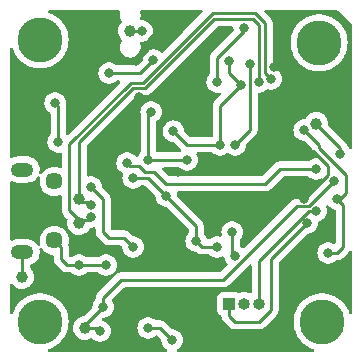
<source format=gbl>
G04 #@! TF.GenerationSoftware,KiCad,Pcbnew,(6.0.6)*
G04 #@! TF.CreationDate,2022-10-22T18:45:05+02:00*
G04 #@! TF.ProjectId,ADXL PCB,4144584c-2050-4434-922e-6b696361645f,rev?*
G04 #@! TF.SameCoordinates,Original*
G04 #@! TF.FileFunction,Copper,L2,Bot*
G04 #@! TF.FilePolarity,Positive*
%FSLAX46Y46*%
G04 Gerber Fmt 4.6, Leading zero omitted, Abs format (unit mm)*
G04 Created by KiCad (PCBNEW (6.0.6)) date 2022-10-22 18:45:05*
%MOMM*%
%LPD*%
G01*
G04 APERTURE LIST*
G04 #@! TA.AperFunction,ComponentPad*
%ADD10C,3.800000*%
G04 #@! TD*
G04 #@! TA.AperFunction,ComponentPad*
%ADD11R,1.000000X1.000000*%
G04 #@! TD*
G04 #@! TA.AperFunction,ComponentPad*
%ADD12O,1.000000X1.000000*%
G04 #@! TD*
G04 #@! TA.AperFunction,ComponentPad*
%ADD13C,1.450000*%
G04 #@! TD*
G04 #@! TA.AperFunction,ComponentPad*
%ADD14O,1.900000X1.200000*%
G04 #@! TD*
G04 #@! TA.AperFunction,SMDPad,CuDef*
%ADD15C,1.000000*%
G04 #@! TD*
G04 #@! TA.AperFunction,ViaPad*
%ADD16C,0.800000*%
G04 #@! TD*
G04 #@! TA.AperFunction,Conductor*
%ADD17C,0.250000*%
G04 #@! TD*
G04 APERTURE END LIST*
D10*
X141986000Y-95250000D03*
X165608000Y-95504000D03*
D11*
X157983000Y-117602000D03*
D12*
X159253000Y-117602000D03*
X160523000Y-117602000D03*
D10*
X165862000Y-119126000D03*
D13*
X143194500Y-112228000D03*
D14*
X140494500Y-106228000D03*
X140494500Y-113228000D03*
D13*
X143194500Y-107228000D03*
D10*
X141986000Y-119126000D03*
D15*
X165354000Y-102362000D03*
X149606000Y-94488000D03*
X140462000Y-115316000D03*
X145288000Y-108712000D03*
X145796000Y-119634000D03*
X145288000Y-110744000D03*
D16*
X150114000Y-97028000D03*
X159258000Y-108712000D03*
X153670000Y-106426000D03*
X153670000Y-93188480D03*
X161798000Y-97536000D03*
X164338000Y-108712000D03*
X150368000Y-100076000D03*
X141986000Y-103632000D03*
X163830000Y-104394000D03*
X166370000Y-113284000D03*
X145288000Y-114300000D03*
X153262500Y-102970500D03*
X153162000Y-120650000D03*
X156972000Y-112776000D03*
X164338000Y-102870000D03*
X147828000Y-98044000D03*
X149860000Y-106934000D03*
X157226000Y-104140000D03*
X155194000Y-112268000D03*
X147574000Y-114300000D03*
X157988000Y-97028000D03*
X167132000Y-108712000D03*
X151569842Y-96959842D03*
X159004000Y-99060000D03*
X152654000Y-108458000D03*
X151130000Y-119634000D03*
X143256000Y-100584000D03*
X143510000Y-103886000D03*
X146304000Y-107696000D03*
X149860000Y-112776000D03*
X151384000Y-101346000D03*
X151130000Y-105410000D03*
X154432000Y-105410000D03*
X158242000Y-111506000D03*
X158496000Y-113538000D03*
X164592000Y-110744000D03*
X165354000Y-109728000D03*
X147320000Y-117856000D03*
X147066000Y-119888000D03*
X166878000Y-107188000D03*
X165354000Y-106172000D03*
X149352000Y-105664000D03*
X159766000Y-97282000D03*
X158496000Y-104140000D03*
X159266075Y-94224618D03*
X156972000Y-98806000D03*
X167386000Y-104902000D03*
X160528000Y-98806000D03*
X146304000Y-109220000D03*
X146304000Y-110236000D03*
X161544000Y-98552000D03*
X150622000Y-94488000D03*
D17*
X153191520Y-93188480D02*
X153670000Y-93188480D01*
X151130000Y-95250000D02*
X153191520Y-93188480D01*
X166370000Y-106680000D02*
X164338000Y-108712000D01*
X165100000Y-104648000D02*
X166370000Y-105918000D01*
X150114000Y-97028000D02*
X151130000Y-96012000D01*
X151130000Y-96012000D02*
X151130000Y-95250000D01*
X163830000Y-104394000D02*
X164084000Y-104648000D01*
X166370000Y-105918000D02*
X166370000Y-106680000D01*
X164084000Y-104648000D02*
X165100000Y-104648000D01*
X167640000Y-109220000D02*
X167132000Y-108712000D01*
X140494500Y-113228000D02*
X140494500Y-115283500D01*
X167640000Y-112776000D02*
X167640000Y-109220000D01*
X167894000Y-106680000D02*
X167894000Y-108204000D01*
X157226000Y-104140000D02*
X157226000Y-100838000D01*
X145288000Y-114300000D02*
X147574000Y-114300000D01*
X152146000Y-119634000D02*
X153162000Y-120650000D01*
X165608000Y-104140000D02*
X165608000Y-104394000D01*
X143764000Y-112797500D02*
X143764000Y-113792000D01*
X164338000Y-102870000D02*
X165608000Y-104140000D01*
X143194500Y-112228000D02*
X143764000Y-112797500D01*
X152654000Y-108458000D02*
X155194000Y-110998000D01*
X167386000Y-108712000D02*
X167132000Y-108712000D01*
X156972000Y-112776000D02*
X155702000Y-112776000D01*
X143764000Y-113792000D02*
X144272000Y-114300000D01*
X157226000Y-104140000D02*
X154432000Y-104140000D01*
X151130000Y-119634000D02*
X152146000Y-119634000D01*
X166370000Y-113284000D02*
X167132000Y-113284000D01*
X143510000Y-100838000D02*
X143256000Y-100584000D01*
X151130000Y-106934000D02*
X152654000Y-108458000D01*
X143510000Y-103886000D02*
X143510000Y-100838000D01*
X157988000Y-98044000D02*
X159004000Y-99060000D01*
X155702000Y-112776000D02*
X155194000Y-112268000D01*
X157226000Y-100838000D02*
X159004000Y-99060000D01*
X150485684Y-98044000D02*
X151569842Y-96959842D01*
X167132000Y-113284000D02*
X167640000Y-112776000D01*
X147828000Y-98044000D02*
X150485684Y-98044000D01*
X140494500Y-115283500D02*
X140462000Y-115316000D01*
X154432000Y-104140000D02*
X153262500Y-102970500D01*
X157988000Y-97028000D02*
X157988000Y-98044000D01*
X167894000Y-108204000D02*
X167386000Y-108712000D01*
X165608000Y-104394000D02*
X167894000Y-106680000D01*
X144272000Y-114300000D02*
X145288000Y-114300000D01*
X149860000Y-106934000D02*
X151130000Y-106934000D01*
X155194000Y-110998000D02*
X155194000Y-112268000D01*
X147828000Y-112014000D02*
X149098000Y-112014000D01*
X149098000Y-112014000D02*
X149860000Y-112776000D01*
X147320000Y-108712000D02*
X147320000Y-111506000D01*
X147320000Y-111506000D02*
X147828000Y-112014000D01*
X146304000Y-107696000D02*
X147320000Y-108712000D01*
X151130000Y-101600000D02*
X151130000Y-105410000D01*
X151384000Y-101346000D02*
X151130000Y-101600000D01*
X154432000Y-105410000D02*
X151130000Y-105410000D01*
X158496000Y-113538000D02*
X158242000Y-113284000D01*
X158242000Y-113284000D02*
X158242000Y-111506000D01*
X161544000Y-113792000D02*
X161544000Y-118110000D01*
X164592000Y-110744000D02*
X161544000Y-113792000D01*
X158496000Y-119126000D02*
X157983000Y-118613000D01*
X157983000Y-118613000D02*
X157983000Y-117602000D01*
X160528000Y-119126000D02*
X158496000Y-119126000D01*
X161544000Y-118110000D02*
X160528000Y-119126000D01*
X165354000Y-109728000D02*
X164724807Y-109728000D01*
X160523000Y-113929807D02*
X160523000Y-117602000D01*
X164724807Y-109728000D02*
X160523000Y-113929807D01*
X145796000Y-119634000D02*
X145796000Y-119380000D01*
X145796000Y-119380000D02*
X147320000Y-117856000D01*
X157480000Y-115570000D02*
X163713489Y-109336511D01*
X145796000Y-119634000D02*
X146812000Y-119634000D01*
X147320000Y-117856000D02*
X147320000Y-117094000D01*
X147320000Y-117094000D02*
X148844000Y-115570000D01*
X146812000Y-119634000D02*
X147066000Y-119888000D01*
X164729489Y-109336511D02*
X166878000Y-107188000D01*
X163713489Y-109336511D02*
X164729489Y-109336511D01*
X148844000Y-115570000D02*
X157480000Y-115570000D01*
X150114000Y-105918000D02*
X150368000Y-105918000D01*
X161036000Y-107442000D02*
X161798000Y-106680000D01*
X151638000Y-106426000D02*
X152400000Y-107188000D01*
X149352000Y-105664000D02*
X149606000Y-105918000D01*
X150622000Y-106172000D02*
X150876000Y-106426000D01*
X153162000Y-107442000D02*
X161036000Y-107442000D01*
X162306000Y-106172000D02*
X165354000Y-106172000D01*
X161798000Y-106680000D02*
X162306000Y-106172000D01*
X150876000Y-106426000D02*
X151384000Y-106426000D01*
X150368000Y-105918000D02*
X150622000Y-106172000D01*
X152400000Y-107188000D02*
X152654000Y-107442000D01*
X149606000Y-105918000D02*
X150114000Y-105918000D01*
X151384000Y-106426000D02*
X151638000Y-106426000D01*
X152654000Y-107442000D02*
X153162000Y-107442000D01*
X159766000Y-97282000D02*
X159766000Y-102870000D01*
X159766000Y-102870000D02*
X158496000Y-104140000D01*
X156972000Y-96774000D02*
X156972000Y-98806000D01*
X159266075Y-94479925D02*
X156972000Y-96774000D01*
X159266075Y-94224618D02*
X159266075Y-94479925D01*
X167386000Y-104394000D02*
X165354000Y-102362000D01*
X167386000Y-104902000D02*
X167386000Y-104394000D01*
X146050000Y-108966000D02*
X146304000Y-109220000D01*
X160028614Y-93472000D02*
X160528000Y-93971386D01*
X156718000Y-93472000D02*
X160028614Y-93472000D01*
X145288000Y-103886000D02*
X149860000Y-99314000D01*
X150876000Y-99314000D02*
X156718000Y-93472000D01*
X145288000Y-108966000D02*
X146050000Y-108966000D01*
X145288000Y-108966000D02*
X145288000Y-103886000D01*
X149860000Y-99314000D02*
X150876000Y-99314000D01*
X160528000Y-93971386D02*
X160528000Y-98806000D01*
X161036000Y-98044000D02*
X161544000Y-98552000D01*
X160156332Y-92964000D02*
X161036000Y-93843668D01*
X156590282Y-92964000D02*
X160156332Y-92964000D01*
X161036000Y-93843668D02*
X161036000Y-98044000D01*
X144463489Y-109665489D02*
X144463489Y-104074794D01*
X145288000Y-110490000D02*
X146050000Y-110490000D01*
X144463489Y-104074794D02*
X149673803Y-98864480D01*
X150689802Y-98864480D02*
X156590282Y-92964000D01*
X146050000Y-110490000D02*
X146304000Y-110236000D01*
X149673803Y-98864480D02*
X150689802Y-98864480D01*
X145288000Y-110490000D02*
X144463489Y-109665489D01*
X150622000Y-94488000D02*
X149606000Y-94488000D01*
G04 #@! TA.AperFunction,Conductor*
G36*
X158295382Y-94125502D02*
G01*
X158341875Y-94179158D01*
X158351782Y-94224700D01*
X158352571Y-94224617D01*
X158352571Y-94224618D01*
X158372245Y-94411802D01*
X158359473Y-94481639D01*
X158336030Y-94514066D01*
X156579747Y-96270348D01*
X156571461Y-96277888D01*
X156564982Y-96282000D01*
X156559557Y-96287777D01*
X156518357Y-96331651D01*
X156515602Y-96334493D01*
X156495865Y-96354230D01*
X156493385Y-96357427D01*
X156485682Y-96366447D01*
X156455414Y-96398679D01*
X156451595Y-96405625D01*
X156451593Y-96405628D01*
X156445652Y-96416434D01*
X156434801Y-96432953D01*
X156422386Y-96448959D01*
X156419241Y-96456228D01*
X156419238Y-96456232D01*
X156404826Y-96489537D01*
X156399609Y-96500187D01*
X156378305Y-96538940D01*
X156376334Y-96546615D01*
X156376334Y-96546616D01*
X156373267Y-96558562D01*
X156366863Y-96577266D01*
X156358819Y-96595855D01*
X156357580Y-96603678D01*
X156357577Y-96603688D01*
X156351901Y-96639524D01*
X156349495Y-96651144D01*
X156343482Y-96674564D01*
X156338500Y-96693970D01*
X156338500Y-96714224D01*
X156336949Y-96733934D01*
X156333780Y-96753943D01*
X156334526Y-96761835D01*
X156337941Y-96797961D01*
X156338500Y-96809819D01*
X156338500Y-98103476D01*
X156318498Y-98171597D01*
X156306142Y-98187779D01*
X156232960Y-98269056D01*
X156137473Y-98434444D01*
X156078458Y-98616072D01*
X156077768Y-98622633D01*
X156077768Y-98622635D01*
X156065920Y-98735365D01*
X156058496Y-98806000D01*
X156059186Y-98812565D01*
X156073894Y-98952500D01*
X156078458Y-98995928D01*
X156137473Y-99177556D01*
X156232960Y-99342944D01*
X156237378Y-99347851D01*
X156237379Y-99347852D01*
X156337572Y-99459128D01*
X156360747Y-99484866D01*
X156515248Y-99597118D01*
X156521276Y-99599802D01*
X156521278Y-99599803D01*
X156683681Y-99672109D01*
X156689712Y-99674794D01*
X156783113Y-99694647D01*
X156870056Y-99713128D01*
X156870061Y-99713128D01*
X156876513Y-99714500D01*
X157067487Y-99714500D01*
X157083610Y-99711073D01*
X157141747Y-99698716D01*
X157212537Y-99704118D01*
X157269170Y-99746935D01*
X157293663Y-99813573D01*
X157278242Y-99882874D01*
X157257043Y-99911052D01*
X156833736Y-100334359D01*
X156825462Y-100341888D01*
X156818982Y-100346000D01*
X156813557Y-100351777D01*
X156772357Y-100395651D01*
X156769602Y-100398493D01*
X156749865Y-100418230D01*
X156747385Y-100421427D01*
X156739682Y-100430447D01*
X156709414Y-100462679D01*
X156705595Y-100469625D01*
X156705593Y-100469628D01*
X156699652Y-100480434D01*
X156688801Y-100496953D01*
X156676386Y-100512959D01*
X156673241Y-100520228D01*
X156673238Y-100520232D01*
X156658826Y-100553537D01*
X156653609Y-100564187D01*
X156632305Y-100602940D01*
X156630334Y-100610615D01*
X156630334Y-100610616D01*
X156627267Y-100622562D01*
X156620863Y-100641266D01*
X156612819Y-100659855D01*
X156611580Y-100667678D01*
X156611577Y-100667688D01*
X156605901Y-100703524D01*
X156603495Y-100715144D01*
X156592500Y-100757970D01*
X156592500Y-100778224D01*
X156590949Y-100797934D01*
X156587780Y-100817943D01*
X156588526Y-100825835D01*
X156591941Y-100861961D01*
X156592500Y-100873819D01*
X156592500Y-103380500D01*
X156572498Y-103448621D01*
X156518842Y-103495114D01*
X156466500Y-103506500D01*
X154746594Y-103506500D01*
X154678473Y-103486498D01*
X154657499Y-103469595D01*
X154209622Y-103021718D01*
X154175596Y-102959406D01*
X154173407Y-102945793D01*
X154156732Y-102787135D01*
X154156732Y-102787133D01*
X154156042Y-102780572D01*
X154097027Y-102598944D01*
X154001540Y-102433556D01*
X153911050Y-102333056D01*
X153878175Y-102296545D01*
X153878174Y-102296544D01*
X153873753Y-102291634D01*
X153719252Y-102179382D01*
X153713224Y-102176698D01*
X153713222Y-102176697D01*
X153550819Y-102104391D01*
X153550818Y-102104391D01*
X153544788Y-102101706D01*
X153437410Y-102078882D01*
X153364444Y-102063372D01*
X153364439Y-102063372D01*
X153357987Y-102062000D01*
X153167013Y-102062000D01*
X153160561Y-102063372D01*
X153160556Y-102063372D01*
X153087590Y-102078882D01*
X152980212Y-102101706D01*
X152974182Y-102104391D01*
X152974181Y-102104391D01*
X152811778Y-102176697D01*
X152811776Y-102176698D01*
X152805748Y-102179382D01*
X152651247Y-102291634D01*
X152646826Y-102296544D01*
X152646825Y-102296545D01*
X152613951Y-102333056D01*
X152523460Y-102433556D01*
X152427973Y-102598944D01*
X152368958Y-102780572D01*
X152368268Y-102787133D01*
X152368268Y-102787135D01*
X152362699Y-102840125D01*
X152348996Y-102970500D01*
X152349686Y-102977065D01*
X152367759Y-103149017D01*
X152368958Y-103160428D01*
X152427973Y-103342056D01*
X152431276Y-103347778D01*
X152431277Y-103347779D01*
X152446218Y-103373657D01*
X152523460Y-103507444D01*
X152527878Y-103512351D01*
X152527879Y-103512352D01*
X152560756Y-103548866D01*
X152651247Y-103649366D01*
X152671118Y-103663803D01*
X152774334Y-103738794D01*
X152805748Y-103761618D01*
X152811776Y-103764302D01*
X152811778Y-103764303D01*
X152888591Y-103798502D01*
X152980212Y-103839294D01*
X153073613Y-103859147D01*
X153160556Y-103877628D01*
X153160561Y-103877628D01*
X153167013Y-103879000D01*
X153222905Y-103879000D01*
X153291026Y-103899002D01*
X153312001Y-103915905D01*
X153893942Y-104497847D01*
X153927967Y-104560159D01*
X153922902Y-104630975D01*
X153878907Y-104688878D01*
X153859687Y-104702842D01*
X153820747Y-104731134D01*
X153816332Y-104736037D01*
X153811420Y-104740460D01*
X153810295Y-104739211D01*
X153756986Y-104772051D01*
X153723800Y-104776500D01*
X151889500Y-104776500D01*
X151821379Y-104756498D01*
X151774886Y-104702842D01*
X151763500Y-104650500D01*
X151763500Y-102253339D01*
X151783502Y-102185218D01*
X151830180Y-102145153D01*
X151828999Y-102143107D01*
X151834722Y-102139803D01*
X151840752Y-102137118D01*
X151995253Y-102024866D01*
X152123040Y-101882944D01*
X152218527Y-101717556D01*
X152277542Y-101535928D01*
X152279437Y-101517903D01*
X152296814Y-101352565D01*
X152297504Y-101346000D01*
X152296814Y-101339435D01*
X152278232Y-101162635D01*
X152278232Y-101162633D01*
X152277542Y-101156072D01*
X152218527Y-100974444D01*
X152123040Y-100809056D01*
X152097064Y-100780206D01*
X151999675Y-100672045D01*
X151999674Y-100672044D01*
X151995253Y-100667134D01*
X151880829Y-100584000D01*
X151846094Y-100558763D01*
X151846093Y-100558762D01*
X151840752Y-100554882D01*
X151834724Y-100552198D01*
X151834722Y-100552197D01*
X151672319Y-100479891D01*
X151672318Y-100479891D01*
X151666288Y-100477206D01*
X151570756Y-100456900D01*
X151485944Y-100438872D01*
X151485939Y-100438872D01*
X151479487Y-100437500D01*
X151288513Y-100437500D01*
X151282061Y-100438872D01*
X151282056Y-100438872D01*
X151197244Y-100456900D01*
X151101712Y-100477206D01*
X151095682Y-100479891D01*
X151095681Y-100479891D01*
X150933278Y-100552197D01*
X150933276Y-100552198D01*
X150927248Y-100554882D01*
X150921907Y-100558762D01*
X150921906Y-100558763D01*
X150887171Y-100584000D01*
X150772747Y-100667134D01*
X150768326Y-100672044D01*
X150768325Y-100672045D01*
X150670937Y-100780206D01*
X150644960Y-100809056D01*
X150549473Y-100974444D01*
X150490458Y-101156072D01*
X150489768Y-101162633D01*
X150489768Y-101162635D01*
X150471186Y-101339435D01*
X150470496Y-101346000D01*
X150471186Y-101352565D01*
X150488564Y-101517903D01*
X150490458Y-101535928D01*
X150490741Y-101536800D01*
X150491455Y-101564134D01*
X150493270Y-101564191D01*
X150493021Y-101572110D01*
X150491780Y-101579943D01*
X150492526Y-101587835D01*
X150492526Y-101587837D01*
X150495941Y-101623961D01*
X150496500Y-101635819D01*
X150496500Y-104707476D01*
X150476498Y-104775597D01*
X150464142Y-104791779D01*
X150390960Y-104873056D01*
X150374249Y-104902000D01*
X150323419Y-104990041D01*
X150295473Y-105038444D01*
X150287545Y-105062842D01*
X150247474Y-105121447D01*
X150182078Y-105149084D01*
X150112121Y-105136979D01*
X150074077Y-105108217D01*
X149963253Y-104985134D01*
X149848829Y-104902000D01*
X149814094Y-104876763D01*
X149814093Y-104876762D01*
X149808752Y-104872882D01*
X149802724Y-104870198D01*
X149802722Y-104870197D01*
X149640319Y-104797891D01*
X149640318Y-104797891D01*
X149634288Y-104795206D01*
X149525353Y-104772051D01*
X149453944Y-104756872D01*
X149453939Y-104756872D01*
X149447487Y-104755500D01*
X149256513Y-104755500D01*
X149250061Y-104756872D01*
X149250056Y-104756872D01*
X149178647Y-104772051D01*
X149069712Y-104795206D01*
X149063682Y-104797891D01*
X149063681Y-104797891D01*
X148901278Y-104870197D01*
X148901276Y-104870198D01*
X148895248Y-104872882D01*
X148889907Y-104876762D01*
X148889906Y-104876763D01*
X148855171Y-104902000D01*
X148740747Y-104985134D01*
X148736329Y-104990041D01*
X148736325Y-104990045D01*
X148619519Y-105119772D01*
X148612960Y-105127056D01*
X148517473Y-105292444D01*
X148458458Y-105474072D01*
X148457768Y-105480633D01*
X148457768Y-105480635D01*
X148441184Y-105638428D01*
X148438496Y-105664000D01*
X148439186Y-105670565D01*
X148454278Y-105814153D01*
X148458458Y-105853928D01*
X148517473Y-106035556D01*
X148520776Y-106041278D01*
X148520777Y-106041279D01*
X148535504Y-106066786D01*
X148612960Y-106200944D01*
X148617378Y-106205851D01*
X148617379Y-106205852D01*
X148717572Y-106317128D01*
X148740747Y-106342866D01*
X148895248Y-106455118D01*
X148901277Y-106457802D01*
X148901280Y-106457804D01*
X148923068Y-106467504D01*
X148935838Y-106473189D01*
X148989933Y-106519168D01*
X149010583Y-106587095D01*
X149004422Y-106627232D01*
X148966458Y-106744072D01*
X148965768Y-106750633D01*
X148965768Y-106750635D01*
X148957720Y-106827206D01*
X148946496Y-106934000D01*
X148947186Y-106940565D01*
X148963919Y-107099766D01*
X148966458Y-107123928D01*
X149025473Y-107305556D01*
X149028776Y-107311278D01*
X149028777Y-107311279D01*
X149062686Y-107370010D01*
X149120960Y-107470944D01*
X149125378Y-107475851D01*
X149125379Y-107475852D01*
X149152589Y-107506072D01*
X149248747Y-107612866D01*
X149403248Y-107725118D01*
X149409276Y-107727802D01*
X149409278Y-107727803D01*
X149571681Y-107800109D01*
X149577712Y-107802794D01*
X149671113Y-107822647D01*
X149758056Y-107841128D01*
X149758061Y-107841128D01*
X149764513Y-107842500D01*
X149955487Y-107842500D01*
X149961939Y-107841128D01*
X149961944Y-107841128D01*
X150048887Y-107822647D01*
X150142288Y-107802794D01*
X150148319Y-107800109D01*
X150310722Y-107727803D01*
X150310724Y-107727802D01*
X150316752Y-107725118D01*
X150356830Y-107696000D01*
X150449671Y-107628546D01*
X150471253Y-107612866D01*
X150475668Y-107607963D01*
X150480580Y-107603540D01*
X150481705Y-107604789D01*
X150535014Y-107571949D01*
X150568200Y-107567500D01*
X150815406Y-107567500D01*
X150883527Y-107587502D01*
X150904501Y-107604405D01*
X151706878Y-108406782D01*
X151740904Y-108469094D01*
X151743093Y-108482707D01*
X151756694Y-108612111D01*
X151760458Y-108647928D01*
X151819473Y-108829556D01*
X151822776Y-108835278D01*
X151822777Y-108835279D01*
X151826461Y-108841660D01*
X151914960Y-108994944D01*
X151919378Y-108999851D01*
X151919379Y-108999852D01*
X152001572Y-109091137D01*
X152042747Y-109136866D01*
X152088678Y-109170237D01*
X152187154Y-109241784D01*
X152197248Y-109249118D01*
X152203276Y-109251802D01*
X152203278Y-109251803D01*
X152365681Y-109324109D01*
X152371712Y-109326794D01*
X152465113Y-109346647D01*
X152552056Y-109365128D01*
X152552061Y-109365128D01*
X152558513Y-109366500D01*
X152614406Y-109366500D01*
X152682527Y-109386502D01*
X152703501Y-109403405D01*
X154523595Y-111223499D01*
X154557621Y-111285811D01*
X154560500Y-111312594D01*
X154560500Y-111565476D01*
X154540498Y-111633597D01*
X154528142Y-111649779D01*
X154454960Y-111731056D01*
X154439890Y-111757158D01*
X154362885Y-111890535D01*
X154359473Y-111896444D01*
X154300458Y-112078072D01*
X154299768Y-112084633D01*
X154299768Y-112084635D01*
X154286747Y-112208524D01*
X154280496Y-112268000D01*
X154281186Y-112274565D01*
X154296579Y-112421018D01*
X154300458Y-112457928D01*
X154359473Y-112639556D01*
X154362776Y-112645278D01*
X154362777Y-112645279D01*
X154375031Y-112666504D01*
X154454960Y-112804944D01*
X154459378Y-112809851D01*
X154459379Y-112809852D01*
X154509454Y-112865466D01*
X154582747Y-112946866D01*
X154737248Y-113059118D01*
X154743276Y-113061802D01*
X154743278Y-113061803D01*
X154815756Y-113094072D01*
X154911712Y-113136794D01*
X155005112Y-113156647D01*
X155092056Y-113175128D01*
X155092061Y-113175128D01*
X155098513Y-113176500D01*
X155153172Y-113176500D01*
X155221293Y-113196502D01*
X155239424Y-113210649D01*
X155259666Y-113229657D01*
X155262509Y-113232413D01*
X155282230Y-113252134D01*
X155285425Y-113254612D01*
X155294447Y-113262318D01*
X155326679Y-113292586D01*
X155333628Y-113296406D01*
X155344432Y-113302346D01*
X155360956Y-113313199D01*
X155376959Y-113325613D01*
X155417543Y-113343176D01*
X155428173Y-113348383D01*
X155466940Y-113369695D01*
X155474617Y-113371666D01*
X155474622Y-113371668D01*
X155486558Y-113374732D01*
X155505266Y-113381137D01*
X155523855Y-113389181D01*
X155531680Y-113390420D01*
X155531682Y-113390421D01*
X155567519Y-113396097D01*
X155579140Y-113398504D01*
X155614289Y-113407528D01*
X155621970Y-113409500D01*
X155642231Y-113409500D01*
X155661940Y-113411051D01*
X155681943Y-113414219D01*
X155689835Y-113413473D01*
X155695062Y-113412979D01*
X155725954Y-113410059D01*
X155737811Y-113409500D01*
X156263800Y-113409500D01*
X156331921Y-113429502D01*
X156351147Y-113445843D01*
X156351420Y-113445540D01*
X156356332Y-113449963D01*
X156360747Y-113454866D01*
X156368657Y-113460613D01*
X156475171Y-113538000D01*
X156515248Y-113567118D01*
X156521276Y-113569802D01*
X156521278Y-113569803D01*
X156657517Y-113630460D01*
X156689712Y-113644794D01*
X156783112Y-113664647D01*
X156870056Y-113683128D01*
X156870061Y-113683128D01*
X156876513Y-113684500D01*
X157067487Y-113684500D01*
X157073939Y-113683128D01*
X157073944Y-113683128D01*
X157160887Y-113664647D01*
X157254288Y-113644794D01*
X157287164Y-113630157D01*
X157316151Y-113617251D01*
X157420116Y-113570963D01*
X157490482Y-113561529D01*
X157554779Y-113591635D01*
X157592593Y-113651724D01*
X157596674Y-113672899D01*
X157601141Y-113715395D01*
X157602458Y-113727928D01*
X157661473Y-113909556D01*
X157664776Y-113915278D01*
X157664777Y-113915279D01*
X157686867Y-113953540D01*
X157756960Y-114074944D01*
X157829608Y-114155628D01*
X157860323Y-114219632D01*
X157851560Y-114290085D01*
X157825065Y-114329030D01*
X157254500Y-114899595D01*
X157192188Y-114933621D01*
X157165405Y-114936500D01*
X148922763Y-114936500D01*
X148911579Y-114935973D01*
X148904091Y-114934299D01*
X148896168Y-114934548D01*
X148836033Y-114936438D01*
X148832075Y-114936500D01*
X148804144Y-114936500D01*
X148800229Y-114936995D01*
X148800225Y-114936995D01*
X148800167Y-114937003D01*
X148800138Y-114937006D01*
X148788296Y-114937939D01*
X148744110Y-114939327D01*
X148726744Y-114944372D01*
X148724658Y-114944978D01*
X148705306Y-114948986D01*
X148693068Y-114950532D01*
X148693066Y-114950533D01*
X148685203Y-114951526D01*
X148644086Y-114967806D01*
X148632885Y-114971641D01*
X148590406Y-114983982D01*
X148583587Y-114988015D01*
X148583582Y-114988017D01*
X148572971Y-114994293D01*
X148555221Y-115002990D01*
X148536383Y-115010448D01*
X148529967Y-115015109D01*
X148529966Y-115015110D01*
X148500625Y-115036428D01*
X148490701Y-115042947D01*
X148459460Y-115061422D01*
X148459455Y-115061426D01*
X148452637Y-115065458D01*
X148438313Y-115079782D01*
X148423279Y-115092623D01*
X148408648Y-115103253D01*
X148375094Y-115115225D01*
X148358322Y-115158304D01*
X148347637Y-115170458D01*
X146927747Y-116590348D01*
X146919461Y-116597888D01*
X146912982Y-116602000D01*
X146907557Y-116607777D01*
X146866357Y-116651651D01*
X146863602Y-116654493D01*
X146843865Y-116674230D01*
X146841385Y-116677427D01*
X146833682Y-116686447D01*
X146803414Y-116718679D01*
X146799595Y-116725625D01*
X146799593Y-116725628D01*
X146793652Y-116736434D01*
X146782801Y-116752953D01*
X146770386Y-116768959D01*
X146767241Y-116776228D01*
X146767238Y-116776232D01*
X146752826Y-116809537D01*
X146747609Y-116820187D01*
X146726305Y-116858940D01*
X146724334Y-116866615D01*
X146724334Y-116866616D01*
X146721267Y-116878562D01*
X146714863Y-116897266D01*
X146706819Y-116915855D01*
X146705580Y-116923678D01*
X146705577Y-116923688D01*
X146699901Y-116959524D01*
X146697495Y-116971144D01*
X146692222Y-116991684D01*
X146686500Y-117013970D01*
X146686500Y-117034224D01*
X146684949Y-117053934D01*
X146681780Y-117073943D01*
X146682526Y-117081835D01*
X146685941Y-117117961D01*
X146686500Y-117129819D01*
X146686500Y-117153476D01*
X146666498Y-117221597D01*
X146654142Y-117237779D01*
X146580960Y-117319056D01*
X146485473Y-117484444D01*
X146426458Y-117666072D01*
X146425768Y-117672633D01*
X146425768Y-117672635D01*
X146409093Y-117831292D01*
X146382080Y-117896949D01*
X146372878Y-117907217D01*
X145676527Y-118603568D01*
X145611316Y-118638096D01*
X145606112Y-118638570D01*
X145416381Y-118694410D01*
X145410923Y-118697263D01*
X145410919Y-118697265D01*
X145354287Y-118726872D01*
X145241110Y-118786040D01*
X145086975Y-118909968D01*
X144959846Y-119061474D01*
X144956879Y-119066872D01*
X144956875Y-119066877D01*
X144895227Y-119179016D01*
X144864567Y-119234787D01*
X144862706Y-119240654D01*
X144862705Y-119240656D01*
X144853800Y-119268729D01*
X144804765Y-119423306D01*
X144782719Y-119619851D01*
X144783235Y-119625995D01*
X144798038Y-119802282D01*
X144799268Y-119816934D01*
X144811872Y-119860888D01*
X144842371Y-119967251D01*
X144853783Y-120007050D01*
X144856602Y-120012535D01*
X144938014Y-120170944D01*
X144944187Y-120182956D01*
X145067035Y-120337953D01*
X145071728Y-120341947D01*
X145071729Y-120341948D01*
X145164894Y-120421237D01*
X145217650Y-120466136D01*
X145390294Y-120562624D01*
X145578392Y-120623740D01*
X145774777Y-120647158D01*
X145780912Y-120646686D01*
X145780914Y-120646686D01*
X145965830Y-120632457D01*
X145965834Y-120632456D01*
X145971972Y-120631984D01*
X146162463Y-120578798D01*
X146284770Y-120517016D01*
X146354589Y-120504157D01*
X146420280Y-120531086D01*
X146435215Y-120545174D01*
X146450323Y-120561954D01*
X146450330Y-120561960D01*
X146454747Y-120566866D01*
X146460089Y-120570747D01*
X146460091Y-120570749D01*
X146584440Y-120661094D01*
X146609248Y-120679118D01*
X146615276Y-120681802D01*
X146615278Y-120681803D01*
X146698297Y-120718765D01*
X146783712Y-120756794D01*
X146869082Y-120774940D01*
X146964056Y-120795128D01*
X146964061Y-120795128D01*
X146970513Y-120796500D01*
X147161487Y-120796500D01*
X147167939Y-120795128D01*
X147167944Y-120795128D01*
X147262918Y-120774940D01*
X147348288Y-120756794D01*
X147433703Y-120718765D01*
X147516722Y-120681803D01*
X147516724Y-120681802D01*
X147522752Y-120679118D01*
X147553794Y-120656565D01*
X147589908Y-120630326D01*
X147677253Y-120566866D01*
X147696785Y-120545174D01*
X147800621Y-120429852D01*
X147800622Y-120429851D01*
X147805040Y-120424944D01*
X147900527Y-120259556D01*
X147959542Y-120077928D01*
X147960330Y-120070437D01*
X147978814Y-119894565D01*
X147979504Y-119888000D01*
X147971389Y-119810793D01*
X147960232Y-119704635D01*
X147960232Y-119704633D01*
X147959542Y-119698072D01*
X147900527Y-119516444D01*
X147805040Y-119351056D01*
X147725254Y-119262444D01*
X147681675Y-119214045D01*
X147681674Y-119214044D01*
X147677253Y-119209134D01*
X147522752Y-119096882D01*
X147516724Y-119094198D01*
X147516722Y-119094197D01*
X147354319Y-119021891D01*
X147354318Y-119021891D01*
X147348288Y-119019206D01*
X147331507Y-119015639D01*
X147269033Y-118981912D01*
X147234711Y-118919763D01*
X147239437Y-118848924D01*
X147268607Y-118803297D01*
X147270499Y-118801405D01*
X147332811Y-118767379D01*
X147359594Y-118764500D01*
X147415487Y-118764500D01*
X147421939Y-118763128D01*
X147421944Y-118763128D01*
X147508887Y-118744647D01*
X147602288Y-118724794D01*
X147608319Y-118722109D01*
X147770722Y-118649803D01*
X147770724Y-118649802D01*
X147776752Y-118647118D01*
X147788518Y-118638570D01*
X147848870Y-118594721D01*
X147931253Y-118534866D01*
X147935675Y-118529955D01*
X148054621Y-118397852D01*
X148054622Y-118397851D01*
X148059040Y-118392944D01*
X148146539Y-118241392D01*
X148151223Y-118233279D01*
X148151224Y-118233278D01*
X148154527Y-118227556D01*
X148213542Y-118045928D01*
X148233504Y-117856000D01*
X148213542Y-117666072D01*
X148154527Y-117484444D01*
X148082421Y-117359552D01*
X148065683Y-117290559D01*
X148088903Y-117223467D01*
X148102445Y-117207459D01*
X149069499Y-116240405D01*
X149131811Y-116206379D01*
X149158594Y-116203500D01*
X157401233Y-116203500D01*
X157412416Y-116204027D01*
X157419909Y-116205702D01*
X157427835Y-116205453D01*
X157427836Y-116205453D01*
X157487986Y-116203562D01*
X157491945Y-116203500D01*
X157519856Y-116203500D01*
X157523791Y-116203003D01*
X157523856Y-116202995D01*
X157535693Y-116202062D01*
X157567951Y-116201048D01*
X157571970Y-116200922D01*
X157579889Y-116200673D01*
X157599343Y-116195021D01*
X157618700Y-116191013D01*
X157630930Y-116189468D01*
X157630931Y-116189468D01*
X157638797Y-116188474D01*
X157646168Y-116185555D01*
X157646170Y-116185555D01*
X157679912Y-116172196D01*
X157691142Y-116168351D01*
X157725983Y-116158229D01*
X157725984Y-116158229D01*
X157733593Y-116156018D01*
X157740412Y-116151985D01*
X157740417Y-116151983D01*
X157751028Y-116145707D01*
X157768776Y-116137012D01*
X157787617Y-116129552D01*
X157823387Y-116103564D01*
X157833307Y-116097048D01*
X157864535Y-116078580D01*
X157864538Y-116078578D01*
X157871362Y-116074542D01*
X157885683Y-116060221D01*
X157900717Y-116047380D01*
X157910694Y-116040131D01*
X157917107Y-116035472D01*
X157945298Y-116001395D01*
X157953288Y-115992616D01*
X159674405Y-114271499D01*
X159736717Y-114237473D01*
X159807532Y-114242538D01*
X159864368Y-114285085D01*
X159889179Y-114351605D01*
X159889500Y-114360594D01*
X159889500Y-116588256D01*
X159869498Y-116656377D01*
X159815842Y-116702870D01*
X159745568Y-116712974D01*
X159703572Y-116699092D01*
X159651124Y-116670734D01*
X159651122Y-116670733D01*
X159645701Y-116667802D01*
X159456768Y-116609318D01*
X159450643Y-116608674D01*
X159450642Y-116608674D01*
X159266204Y-116589289D01*
X159266202Y-116589289D01*
X159260075Y-116588645D01*
X159177576Y-116596153D01*
X159069251Y-116606011D01*
X159069248Y-116606012D01*
X159063112Y-116606570D01*
X159057206Y-116608308D01*
X159057202Y-116608309D01*
X158892541Y-116656771D01*
X158873381Y-116662410D01*
X158867797Y-116665329D01*
X158867727Y-116665343D01*
X158862209Y-116667573D01*
X158861785Y-116666524D01*
X158798164Y-116679165D01*
X158745846Y-116659096D01*
X158744760Y-116661079D01*
X158736892Y-116656771D01*
X158729705Y-116651385D01*
X158593316Y-116600255D01*
X158531134Y-116593500D01*
X157434866Y-116593500D01*
X157372684Y-116600255D01*
X157236295Y-116651385D01*
X157119739Y-116738739D01*
X157032385Y-116855295D01*
X156981255Y-116991684D01*
X156974500Y-117053866D01*
X156974500Y-118150134D01*
X156981255Y-118212316D01*
X157032385Y-118348705D01*
X157119739Y-118465261D01*
X157236295Y-118552615D01*
X157244704Y-118555768D01*
X157244707Y-118555769D01*
X157269555Y-118565084D01*
X157326320Y-118607725D01*
X157351265Y-118679107D01*
X157352327Y-118712889D01*
X157357978Y-118732339D01*
X157361987Y-118751700D01*
X157364526Y-118771797D01*
X157367445Y-118779168D01*
X157367445Y-118779170D01*
X157380804Y-118812912D01*
X157384649Y-118824142D01*
X157396982Y-118866593D01*
X157401015Y-118873412D01*
X157401017Y-118873417D01*
X157407293Y-118884028D01*
X157415988Y-118901776D01*
X157423448Y-118920617D01*
X157428110Y-118927033D01*
X157428110Y-118927034D01*
X157449436Y-118956387D01*
X157455952Y-118966307D01*
X157474116Y-118997020D01*
X157478458Y-119004362D01*
X157492779Y-119018683D01*
X157505619Y-119033716D01*
X157517528Y-119050107D01*
X157551605Y-119078298D01*
X157560384Y-119086288D01*
X157992343Y-119518247D01*
X157999887Y-119526537D01*
X158004000Y-119533018D01*
X158009777Y-119538443D01*
X158053667Y-119579658D01*
X158056509Y-119582413D01*
X158076231Y-119602135D01*
X158079355Y-119604558D01*
X158079359Y-119604562D01*
X158079424Y-119604612D01*
X158088445Y-119612317D01*
X158120679Y-119642586D01*
X158127627Y-119646405D01*
X158127629Y-119646407D01*
X158138432Y-119652346D01*
X158154959Y-119663202D01*
X158164698Y-119670757D01*
X158164700Y-119670758D01*
X158170960Y-119675614D01*
X158211540Y-119693174D01*
X158222188Y-119698391D01*
X158246976Y-119712018D01*
X158260940Y-119719695D01*
X158268616Y-119721666D01*
X158268619Y-119721667D01*
X158280562Y-119724733D01*
X158299267Y-119731137D01*
X158317855Y-119739181D01*
X158325678Y-119740420D01*
X158325688Y-119740423D01*
X158361524Y-119746099D01*
X158373144Y-119748505D01*
X158404959Y-119756673D01*
X158415970Y-119759500D01*
X158436224Y-119759500D01*
X158455934Y-119761051D01*
X158475943Y-119764220D01*
X158483835Y-119763474D01*
X158502580Y-119761702D01*
X158519962Y-119760059D01*
X158531819Y-119759500D01*
X160449233Y-119759500D01*
X160460416Y-119760027D01*
X160467909Y-119761702D01*
X160475835Y-119761453D01*
X160475836Y-119761453D01*
X160535986Y-119759562D01*
X160539945Y-119759500D01*
X160567856Y-119759500D01*
X160571791Y-119759003D01*
X160571856Y-119758995D01*
X160583693Y-119758062D01*
X160615951Y-119757048D01*
X160619970Y-119756922D01*
X160627889Y-119756673D01*
X160647343Y-119751021D01*
X160666700Y-119747013D01*
X160678930Y-119745468D01*
X160678931Y-119745468D01*
X160686797Y-119744474D01*
X160694168Y-119741555D01*
X160694170Y-119741555D01*
X160727912Y-119728196D01*
X160739142Y-119724351D01*
X160773983Y-119714229D01*
X160773984Y-119714229D01*
X160781593Y-119712018D01*
X160788412Y-119707985D01*
X160788417Y-119707983D01*
X160799028Y-119701707D01*
X160816776Y-119693012D01*
X160835617Y-119685552D01*
X160871387Y-119659564D01*
X160881307Y-119653048D01*
X160912535Y-119634580D01*
X160912538Y-119634578D01*
X160919362Y-119630542D01*
X160933683Y-119616221D01*
X160948717Y-119603380D01*
X160950431Y-119602135D01*
X160965107Y-119591472D01*
X160970157Y-119585368D01*
X160970162Y-119585363D01*
X160993293Y-119557402D01*
X161001283Y-119548621D01*
X161936258Y-118613647D01*
X161944537Y-118606113D01*
X161951018Y-118602000D01*
X161997644Y-118552348D01*
X162000398Y-118549507D01*
X162020135Y-118529770D01*
X162022615Y-118526573D01*
X162030320Y-118517551D01*
X162060586Y-118485321D01*
X162064405Y-118478375D01*
X162064407Y-118478372D01*
X162070348Y-118467566D01*
X162081199Y-118451047D01*
X162088758Y-118441301D01*
X162093614Y-118435041D01*
X162096759Y-118427772D01*
X162096762Y-118427768D01*
X162111174Y-118394463D01*
X162116391Y-118383813D01*
X162137695Y-118345060D01*
X162142733Y-118325437D01*
X162149137Y-118306734D01*
X162154033Y-118295420D01*
X162154033Y-118295419D01*
X162157181Y-118288145D01*
X162158420Y-118280322D01*
X162158423Y-118280312D01*
X162164099Y-118244476D01*
X162166505Y-118232856D01*
X162175528Y-118197711D01*
X162175528Y-118197710D01*
X162177500Y-118190030D01*
X162177500Y-118169776D01*
X162179051Y-118150065D01*
X162180980Y-118137886D01*
X162182220Y-118130057D01*
X162178059Y-118086038D01*
X162177500Y-118074181D01*
X162177500Y-114106594D01*
X162197502Y-114038473D01*
X162214405Y-114017499D01*
X164542500Y-111689405D01*
X164604812Y-111655379D01*
X164631595Y-111652500D01*
X164687487Y-111652500D01*
X164693939Y-111651128D01*
X164693944Y-111651128D01*
X164780887Y-111632647D01*
X164874288Y-111612794D01*
X164893173Y-111604386D01*
X165042722Y-111537803D01*
X165042724Y-111537802D01*
X165048752Y-111535118D01*
X165058990Y-111527680D01*
X165114083Y-111487652D01*
X165203253Y-111422866D01*
X165223104Y-111400819D01*
X165326621Y-111285852D01*
X165326622Y-111285851D01*
X165331040Y-111280944D01*
X165426527Y-111115556D01*
X165485542Y-110933928D01*
X165488474Y-110906037D01*
X165504814Y-110750565D01*
X165505504Y-110744000D01*
X165504814Y-110737435D01*
X165504814Y-110730829D01*
X165506770Y-110730829D01*
X165517860Y-110670192D01*
X165566363Y-110618346D01*
X165604202Y-110603614D01*
X165616354Y-110601031D01*
X165636288Y-110596794D01*
X165646353Y-110592313D01*
X165804722Y-110521803D01*
X165804724Y-110521802D01*
X165810752Y-110519118D01*
X165965253Y-110406866D01*
X166093040Y-110264944D01*
X166188527Y-110099556D01*
X166247542Y-109917928D01*
X166251883Y-109876631D01*
X166266814Y-109734565D01*
X166267504Y-109728000D01*
X166252655Y-109586722D01*
X166248232Y-109544635D01*
X166248232Y-109544633D01*
X166247542Y-109538072D01*
X166201634Y-109396782D01*
X166199606Y-109325815D01*
X166236269Y-109265017D01*
X166299981Y-109233691D01*
X166370515Y-109241784D01*
X166415102Y-109273535D01*
X166520747Y-109390866D01*
X166675248Y-109503118D01*
X166681276Y-109505802D01*
X166681278Y-109505803D01*
X166753756Y-109538072D01*
X166849712Y-109580794D01*
X166906024Y-109592764D01*
X166906698Y-109592907D01*
X166969171Y-109626635D01*
X167003492Y-109688785D01*
X167006500Y-109716153D01*
X167006500Y-112379218D01*
X166986498Y-112447339D01*
X166932842Y-112493832D01*
X166862568Y-112503936D01*
X166827270Y-112491718D01*
X166826752Y-112492882D01*
X166658319Y-112417891D01*
X166658318Y-112417891D01*
X166652288Y-112415206D01*
X166558887Y-112395353D01*
X166471944Y-112376872D01*
X166471939Y-112376872D01*
X166465487Y-112375500D01*
X166274513Y-112375500D01*
X166268061Y-112376872D01*
X166268056Y-112376872D01*
X166181113Y-112395353D01*
X166087712Y-112415206D01*
X166081682Y-112417891D01*
X166081681Y-112417891D01*
X165919278Y-112490197D01*
X165919276Y-112490198D01*
X165913248Y-112492882D01*
X165907907Y-112496762D01*
X165907906Y-112496763D01*
X165891361Y-112508784D01*
X165758747Y-112605134D01*
X165754326Y-112610044D01*
X165754325Y-112610045D01*
X165635683Y-112741811D01*
X165630960Y-112747056D01*
X165614249Y-112776000D01*
X165539994Y-112904614D01*
X165535473Y-112912444D01*
X165476458Y-113094072D01*
X165475768Y-113100633D01*
X165475768Y-113100635D01*
X165458785Y-113262223D01*
X165456496Y-113284000D01*
X165457186Y-113290565D01*
X165475059Y-113460613D01*
X165476458Y-113473928D01*
X165535473Y-113655556D01*
X165538776Y-113661278D01*
X165538777Y-113661279D01*
X165545486Y-113672899D01*
X165630960Y-113820944D01*
X165635378Y-113825851D01*
X165635379Y-113825852D01*
X165747880Y-113950797D01*
X165758747Y-113962866D01*
X165814182Y-114003142D01*
X165896608Y-114063028D01*
X165913248Y-114075118D01*
X165919276Y-114077802D01*
X165919278Y-114077803D01*
X166081681Y-114150109D01*
X166087712Y-114152794D01*
X166181112Y-114172647D01*
X166268056Y-114191128D01*
X166268061Y-114191128D01*
X166274513Y-114192500D01*
X166465487Y-114192500D01*
X166471939Y-114191128D01*
X166471944Y-114191128D01*
X166558888Y-114172647D01*
X166652288Y-114152794D01*
X166658319Y-114150109D01*
X166820722Y-114077803D01*
X166820724Y-114077802D01*
X166826752Y-114075118D01*
X166843393Y-114063028D01*
X166959671Y-113978546D01*
X166981253Y-113962866D01*
X166985668Y-113957963D01*
X166990580Y-113953540D01*
X166992252Y-113955397D01*
X167043111Y-113924073D01*
X167072326Y-113919689D01*
X167139986Y-113917562D01*
X167143945Y-113917500D01*
X167171856Y-113917500D01*
X167175791Y-113917003D01*
X167175856Y-113916995D01*
X167187693Y-113916062D01*
X167219951Y-113915048D01*
X167223970Y-113914922D01*
X167231889Y-113914673D01*
X167251343Y-113909021D01*
X167270700Y-113905013D01*
X167282930Y-113903468D01*
X167282931Y-113903468D01*
X167290797Y-113902474D01*
X167298168Y-113899555D01*
X167298170Y-113899555D01*
X167331912Y-113886196D01*
X167343142Y-113882351D01*
X167377983Y-113872229D01*
X167377984Y-113872229D01*
X167385593Y-113870018D01*
X167392412Y-113865985D01*
X167392417Y-113865983D01*
X167403028Y-113859707D01*
X167420776Y-113851012D01*
X167439617Y-113843552D01*
X167455716Y-113831856D01*
X167475387Y-113817564D01*
X167485307Y-113811048D01*
X167516535Y-113792580D01*
X167516538Y-113792578D01*
X167523362Y-113788542D01*
X167537683Y-113774221D01*
X167552717Y-113761380D01*
X167569107Y-113749472D01*
X167597298Y-113715395D01*
X167605288Y-113706616D01*
X168032247Y-113279657D01*
X168040537Y-113272113D01*
X168047018Y-113268000D01*
X168093659Y-113218332D01*
X168096413Y-113215491D01*
X168116134Y-113195770D01*
X168118612Y-113192575D01*
X168126318Y-113183553D01*
X168151158Y-113157101D01*
X168156586Y-113151321D01*
X168165085Y-113135861D01*
X168215430Y-113085802D01*
X168284846Y-113070908D01*
X168351296Y-113095908D01*
X168393680Y-113152865D01*
X168401500Y-113196561D01*
X168401500Y-118352176D01*
X168381498Y-118420297D01*
X168327842Y-118466790D01*
X168257568Y-118476894D01*
X168192988Y-118447400D01*
X168155667Y-118391112D01*
X168107020Y-118241392D01*
X168107020Y-118241391D01*
X168105794Y-118237619D01*
X168098102Y-118221271D01*
X168018546Y-118052206D01*
X167976758Y-117963402D01*
X167814370Y-117707520D01*
X167621192Y-117474008D01*
X167400271Y-117266550D01*
X167155090Y-117088416D01*
X167143120Y-117081835D01*
X166892986Y-116944322D01*
X166892985Y-116944321D01*
X166889517Y-116942415D01*
X166885848Y-116940962D01*
X166885843Y-116940960D01*
X166611409Y-116832304D01*
X166611408Y-116832304D01*
X166607739Y-116830851D01*
X166314200Y-116755484D01*
X166013530Y-116717500D01*
X165710470Y-116717500D01*
X165409800Y-116755484D01*
X165116261Y-116830851D01*
X165112592Y-116832304D01*
X165112591Y-116832304D01*
X164838157Y-116940960D01*
X164838152Y-116940962D01*
X164834483Y-116942415D01*
X164831015Y-116944321D01*
X164831014Y-116944322D01*
X164580881Y-117081835D01*
X164568910Y-117088416D01*
X164323729Y-117266550D01*
X164102808Y-117474008D01*
X163909630Y-117707520D01*
X163747242Y-117963402D01*
X163705454Y-118052206D01*
X163625899Y-118221271D01*
X163618206Y-118237619D01*
X163524555Y-118525846D01*
X163467767Y-118823538D01*
X163448738Y-119126000D01*
X163467767Y-119428462D01*
X163524555Y-119726154D01*
X163618206Y-120014381D01*
X163747242Y-120288598D01*
X163749366Y-120291944D01*
X163749366Y-120291945D01*
X163758158Y-120305799D01*
X163909630Y-120544480D01*
X163912149Y-120547525D01*
X163912152Y-120547529D01*
X163968070Y-120615121D01*
X164102808Y-120777992D01*
X164323729Y-120985450D01*
X164568910Y-121163584D01*
X164834483Y-121309585D01*
X164838152Y-121311038D01*
X164838157Y-121311040D01*
X165116261Y-121421149D01*
X165115923Y-121422004D01*
X165171110Y-121459742D01*
X165198746Y-121525139D01*
X165186639Y-121595095D01*
X165138632Y-121647401D01*
X165073567Y-121665500D01*
X153697705Y-121665500D01*
X153629584Y-121645498D01*
X153583091Y-121591842D01*
X153572987Y-121521568D01*
X153602481Y-121456988D01*
X153623644Y-121437564D01*
X153686942Y-121391575D01*
X153773253Y-121328866D01*
X153799476Y-121299742D01*
X153896621Y-121191852D01*
X153896622Y-121191851D01*
X153901040Y-121186944D01*
X153996527Y-121021556D01*
X154055542Y-120839928D01*
X154060107Y-120796500D01*
X154074814Y-120656565D01*
X154075504Y-120650000D01*
X154068195Y-120580457D01*
X154056232Y-120466635D01*
X154056232Y-120466633D01*
X154055542Y-120460072D01*
X153996527Y-120278444D01*
X153990209Y-120267500D01*
X153941397Y-120182956D01*
X153901040Y-120113056D01*
X153875064Y-120084206D01*
X153777675Y-119976045D01*
X153777674Y-119976044D01*
X153773253Y-119971134D01*
X153658829Y-119888000D01*
X153624094Y-119862763D01*
X153624093Y-119862762D01*
X153618752Y-119858882D01*
X153612724Y-119856198D01*
X153612722Y-119856197D01*
X153450319Y-119783891D01*
X153450318Y-119783891D01*
X153444288Y-119781206D01*
X153339794Y-119758995D01*
X153263944Y-119742872D01*
X153263939Y-119742872D01*
X153257487Y-119741500D01*
X153201595Y-119741500D01*
X153133474Y-119721498D01*
X153112499Y-119704595D01*
X152649647Y-119241742D01*
X152642113Y-119233463D01*
X152638000Y-119226982D01*
X152588348Y-119180356D01*
X152585507Y-119177602D01*
X152565770Y-119157865D01*
X152562573Y-119155385D01*
X152553551Y-119147680D01*
X152527100Y-119122841D01*
X152521321Y-119117414D01*
X152514375Y-119113595D01*
X152514372Y-119113593D01*
X152503566Y-119107652D01*
X152487047Y-119096801D01*
X152481048Y-119092148D01*
X152471041Y-119084386D01*
X152463772Y-119081241D01*
X152463768Y-119081238D01*
X152430463Y-119066826D01*
X152419813Y-119061609D01*
X152381060Y-119040305D01*
X152361437Y-119035267D01*
X152342734Y-119028863D01*
X152331420Y-119023967D01*
X152331419Y-119023967D01*
X152324145Y-119020819D01*
X152316322Y-119019580D01*
X152316312Y-119019577D01*
X152280476Y-119013901D01*
X152268856Y-119011495D01*
X152233711Y-119002472D01*
X152233710Y-119002472D01*
X152226030Y-119000500D01*
X152205776Y-119000500D01*
X152186065Y-118998949D01*
X152173886Y-118997020D01*
X152166057Y-118995780D01*
X152158165Y-118996526D01*
X152122039Y-118999941D01*
X152110181Y-119000500D01*
X151838200Y-119000500D01*
X151770079Y-118980498D01*
X151750853Y-118964157D01*
X151750580Y-118964460D01*
X151745668Y-118960037D01*
X151741253Y-118955134D01*
X151673769Y-118906104D01*
X151592094Y-118846763D01*
X151592093Y-118846762D01*
X151586752Y-118842882D01*
X151580724Y-118840198D01*
X151580722Y-118840197D01*
X151418319Y-118767891D01*
X151418318Y-118767891D01*
X151412288Y-118765206D01*
X151302459Y-118741861D01*
X151231944Y-118726872D01*
X151231939Y-118726872D01*
X151225487Y-118725500D01*
X151034513Y-118725500D01*
X151028061Y-118726872D01*
X151028056Y-118726872D01*
X150957541Y-118741861D01*
X150847712Y-118765206D01*
X150841682Y-118767891D01*
X150841681Y-118767891D01*
X150679278Y-118840197D01*
X150679276Y-118840198D01*
X150673248Y-118842882D01*
X150518747Y-118955134D01*
X150514326Y-118960044D01*
X150514325Y-118960045D01*
X150400656Y-119086288D01*
X150390960Y-119097056D01*
X150295473Y-119262444D01*
X150236458Y-119444072D01*
X150235768Y-119450633D01*
X150235768Y-119450635D01*
X150222067Y-119580999D01*
X150216496Y-119634000D01*
X150217186Y-119640565D01*
X150234427Y-119804600D01*
X150236458Y-119823928D01*
X150295473Y-120005556D01*
X150390960Y-120170944D01*
X150395378Y-120175851D01*
X150395379Y-120175852D01*
X150482600Y-120272721D01*
X150518747Y-120312866D01*
X150617843Y-120384864D01*
X150666138Y-120419952D01*
X150673248Y-120425118D01*
X150679276Y-120427802D01*
X150679278Y-120427803D01*
X150841681Y-120500109D01*
X150847712Y-120502794D01*
X150914626Y-120517017D01*
X151028056Y-120541128D01*
X151028061Y-120541128D01*
X151034513Y-120542500D01*
X151225487Y-120542500D01*
X151231939Y-120541128D01*
X151231944Y-120541128D01*
X151345374Y-120517017D01*
X151412288Y-120502794D01*
X151418319Y-120500109D01*
X151580722Y-120427803D01*
X151580724Y-120427802D01*
X151586752Y-120425118D01*
X151593863Y-120419952D01*
X151735347Y-120317157D01*
X151741253Y-120312866D01*
X151745668Y-120307963D01*
X151750580Y-120303540D01*
X151752614Y-120305799D01*
X151801895Y-120275496D01*
X151872878Y-120276909D01*
X151924076Y-120307980D01*
X152214878Y-120598782D01*
X152248904Y-120661094D01*
X152251092Y-120674703D01*
X152257195Y-120732766D01*
X152263894Y-120796500D01*
X152268458Y-120839928D01*
X152327473Y-121021556D01*
X152422960Y-121186944D01*
X152427378Y-121191851D01*
X152427379Y-121191852D01*
X152524524Y-121299742D01*
X152550747Y-121328866D01*
X152637058Y-121391575D01*
X152700356Y-121437564D01*
X152743710Y-121493787D01*
X152749785Y-121564523D01*
X152716653Y-121627314D01*
X152654833Y-121662226D01*
X152626295Y-121665500D01*
X142774433Y-121665500D01*
X142706312Y-121645498D01*
X142659819Y-121591842D01*
X142649715Y-121521568D01*
X142679209Y-121456988D01*
X142732055Y-121421948D01*
X142731739Y-121421149D01*
X143009843Y-121311040D01*
X143009848Y-121311038D01*
X143013517Y-121309585D01*
X143279090Y-121163584D01*
X143524271Y-120985450D01*
X143745192Y-120777992D01*
X143879930Y-120615121D01*
X143935848Y-120547529D01*
X143935851Y-120547525D01*
X143938370Y-120544480D01*
X144089842Y-120305799D01*
X144098634Y-120291945D01*
X144098634Y-120291944D01*
X144100758Y-120288598D01*
X144229794Y-120014381D01*
X144323445Y-119726154D01*
X144380233Y-119428462D01*
X144399262Y-119126000D01*
X144380233Y-118823538D01*
X144323445Y-118525846D01*
X144229794Y-118237619D01*
X144222102Y-118221271D01*
X144142546Y-118052206D01*
X144100758Y-117963402D01*
X143938370Y-117707520D01*
X143745192Y-117474008D01*
X143524271Y-117266550D01*
X143279090Y-117088416D01*
X143267120Y-117081835D01*
X143016986Y-116944322D01*
X143016985Y-116944321D01*
X143013517Y-116942415D01*
X143009848Y-116940962D01*
X143009843Y-116940960D01*
X142735409Y-116832304D01*
X142735408Y-116832304D01*
X142731739Y-116830851D01*
X142438200Y-116755484D01*
X142137530Y-116717500D01*
X141834470Y-116717500D01*
X141533800Y-116755484D01*
X141240261Y-116830851D01*
X141236592Y-116832304D01*
X141236591Y-116832304D01*
X140962157Y-116940960D01*
X140962152Y-116940962D01*
X140958483Y-116942415D01*
X140955015Y-116944321D01*
X140955014Y-116944322D01*
X140704881Y-117081835D01*
X140692910Y-117088416D01*
X140447729Y-117266550D01*
X140226808Y-117474008D01*
X140033630Y-117707520D01*
X139871242Y-117963402D01*
X139829454Y-118052206D01*
X139749899Y-118221271D01*
X139742206Y-118237619D01*
X139740980Y-118241391D01*
X139740980Y-118241392D01*
X139692333Y-118391112D01*
X139652260Y-118449718D01*
X139586863Y-118477355D01*
X139516906Y-118465248D01*
X139464600Y-118417242D01*
X139446500Y-118352176D01*
X139446500Y-116020258D01*
X139466502Y-115952137D01*
X139520158Y-115905644D01*
X139590432Y-115895540D01*
X139655012Y-115925034D01*
X139671246Y-115941994D01*
X139733035Y-116019953D01*
X139737728Y-116023947D01*
X139737729Y-116023948D01*
X139874865Y-116140659D01*
X139883650Y-116148136D01*
X140056294Y-116244624D01*
X140244392Y-116305740D01*
X140440777Y-116329158D01*
X140446912Y-116328686D01*
X140446914Y-116328686D01*
X140631830Y-116314457D01*
X140631834Y-116314456D01*
X140637972Y-116313984D01*
X140828463Y-116260798D01*
X140833967Y-116258018D01*
X140833969Y-116258017D01*
X140999495Y-116174404D01*
X140999497Y-116174403D01*
X141004996Y-116171625D01*
X141160847Y-116049861D01*
X141254489Y-115941376D01*
X141286049Y-115904813D01*
X141286050Y-115904811D01*
X141290078Y-115900145D01*
X141387769Y-115728179D01*
X141450197Y-115540513D01*
X141474985Y-115344295D01*
X141475380Y-115316000D01*
X141456080Y-115119167D01*
X141447612Y-115091118D01*
X141413890Y-114979427D01*
X141398916Y-114929831D01*
X141306066Y-114755204D01*
X141204716Y-114630937D01*
X141184960Y-114606713D01*
X141184957Y-114606710D01*
X141181065Y-114601938D01*
X141176318Y-114598011D01*
X141176313Y-114598006D01*
X141173687Y-114595834D01*
X141172690Y-114594358D01*
X141171975Y-114593638D01*
X141172112Y-114593502D01*
X141133947Y-114537002D01*
X141128000Y-114498748D01*
X141128000Y-114394402D01*
X141148002Y-114326281D01*
X141201658Y-114279788D01*
X141218531Y-114273497D01*
X141252279Y-114263597D01*
X141252285Y-114263595D01*
X141258034Y-114261908D01*
X141266985Y-114257298D01*
X141440749Y-114167804D01*
X141440752Y-114167802D01*
X141446080Y-114165058D01*
X141612420Y-114034396D01*
X141616352Y-114029865D01*
X141616355Y-114029862D01*
X141741022Y-113886196D01*
X141751052Y-113874637D01*
X141754052Y-113869451D01*
X141754055Y-113869447D01*
X141853967Y-113696742D01*
X141856973Y-113691546D01*
X141926361Y-113491729D01*
X141931143Y-113458749D01*
X141955852Y-113288336D01*
X141955852Y-113288333D01*
X141956713Y-113282396D01*
X141946933Y-113071101D01*
X141928509Y-112994653D01*
X141931994Y-112923742D01*
X141973263Y-112865972D01*
X142039214Y-112839685D01*
X142108907Y-112853226D01*
X142154215Y-112892861D01*
X142245975Y-113023907D01*
X142398593Y-113176525D01*
X142403101Y-113179682D01*
X142403104Y-113179684D01*
X142427123Y-113196502D01*
X142575394Y-113300323D01*
X142580376Y-113302646D01*
X142580381Y-113302649D01*
X142765950Y-113389181D01*
X142771007Y-113391539D01*
X142776315Y-113392961D01*
X142776317Y-113392962D01*
X142974172Y-113445977D01*
X142974174Y-113445977D01*
X142979487Y-113447401D01*
X142984963Y-113447880D01*
X142984968Y-113447881D01*
X143008679Y-113449955D01*
X143015481Y-113450550D01*
X143081599Y-113476413D01*
X143123239Y-113533917D01*
X143130500Y-113576071D01*
X143130500Y-113713233D01*
X143129973Y-113724416D01*
X143128298Y-113731909D01*
X143128547Y-113739835D01*
X143128547Y-113739836D01*
X143130438Y-113799986D01*
X143130500Y-113803945D01*
X143130500Y-113831856D01*
X143130997Y-113835790D01*
X143130997Y-113835791D01*
X143131005Y-113835856D01*
X143131938Y-113847693D01*
X143133327Y-113891889D01*
X143137140Y-113905013D01*
X143138978Y-113911339D01*
X143142987Y-113930700D01*
X143145526Y-113950797D01*
X143148445Y-113958168D01*
X143148445Y-113958170D01*
X143161804Y-113991912D01*
X143165649Y-114003142D01*
X143177982Y-114045593D01*
X143182015Y-114052412D01*
X143182017Y-114052417D01*
X143188293Y-114063028D01*
X143196988Y-114080776D01*
X143204448Y-114099617D01*
X143209110Y-114106033D01*
X143209110Y-114106034D01*
X143230436Y-114135387D01*
X143236952Y-114145307D01*
X143243054Y-114155624D01*
X143259458Y-114183362D01*
X143273779Y-114197683D01*
X143286619Y-114212716D01*
X143298528Y-114229107D01*
X143332605Y-114257298D01*
X143341384Y-114265288D01*
X143768343Y-114692247D01*
X143775887Y-114700537D01*
X143780000Y-114707018D01*
X143785777Y-114712443D01*
X143829667Y-114753658D01*
X143832509Y-114756413D01*
X143852230Y-114776134D01*
X143855425Y-114778612D01*
X143864447Y-114786318D01*
X143896679Y-114816586D01*
X143903628Y-114820406D01*
X143914432Y-114826346D01*
X143930956Y-114837199D01*
X143946959Y-114849613D01*
X143987543Y-114867176D01*
X143998173Y-114872383D01*
X144036940Y-114893695D01*
X144044617Y-114895666D01*
X144044622Y-114895668D01*
X144056558Y-114898732D01*
X144075266Y-114905137D01*
X144093855Y-114913181D01*
X144101680Y-114914420D01*
X144101682Y-114914421D01*
X144137519Y-114920097D01*
X144149140Y-114922504D01*
X144184289Y-114931528D01*
X144191970Y-114933500D01*
X144212231Y-114933500D01*
X144231940Y-114935051D01*
X144251943Y-114938219D01*
X144259835Y-114937473D01*
X144265062Y-114936979D01*
X144295954Y-114934059D01*
X144307811Y-114933500D01*
X144579800Y-114933500D01*
X144647921Y-114953502D01*
X144667147Y-114969843D01*
X144667420Y-114969540D01*
X144672332Y-114973963D01*
X144676747Y-114978866D01*
X144682086Y-114982745D01*
X144764947Y-115042947D01*
X144831248Y-115091118D01*
X144837276Y-115093802D01*
X144837278Y-115093803D01*
X144982151Y-115158304D01*
X145005712Y-115168794D01*
X145099112Y-115188647D01*
X145186056Y-115207128D01*
X145186061Y-115207128D01*
X145192513Y-115208500D01*
X145383487Y-115208500D01*
X145389939Y-115207128D01*
X145389944Y-115207128D01*
X145476888Y-115188647D01*
X145570288Y-115168794D01*
X145593849Y-115158304D01*
X145738722Y-115093803D01*
X145738724Y-115093802D01*
X145744752Y-115091118D01*
X145811054Y-115042947D01*
X145893914Y-114982745D01*
X145899253Y-114978866D01*
X145903668Y-114973963D01*
X145908580Y-114969540D01*
X145909705Y-114970789D01*
X145963014Y-114937949D01*
X145996200Y-114933500D01*
X146865800Y-114933500D01*
X146933921Y-114953502D01*
X146953147Y-114969843D01*
X146953420Y-114969540D01*
X146958332Y-114973963D01*
X146962747Y-114978866D01*
X146968086Y-114982745D01*
X147050947Y-115042947D01*
X147117248Y-115091118D01*
X147123276Y-115093802D01*
X147123278Y-115093803D01*
X147268151Y-115158304D01*
X147291712Y-115168794D01*
X147385112Y-115188647D01*
X147472056Y-115207128D01*
X147472061Y-115207128D01*
X147478513Y-115208500D01*
X147669487Y-115208500D01*
X147675939Y-115207128D01*
X147675944Y-115207128D01*
X147762888Y-115188647D01*
X147856288Y-115168794D01*
X147879849Y-115158304D01*
X148024722Y-115093803D01*
X148024724Y-115093802D01*
X148030752Y-115091118D01*
X148097054Y-115042947D01*
X148184481Y-114979427D01*
X148218034Y-114967455D01*
X148234807Y-114924375D01*
X148240951Y-114917007D01*
X148308621Y-114841852D01*
X148308622Y-114841851D01*
X148313040Y-114836944D01*
X148388053Y-114707018D01*
X148405223Y-114677279D01*
X148405224Y-114677278D01*
X148408527Y-114671556D01*
X148467542Y-114489928D01*
X148487504Y-114300000D01*
X148476750Y-114197683D01*
X148468232Y-114116635D01*
X148468232Y-114116633D01*
X148467542Y-114110072D01*
X148408527Y-113928444D01*
X148402209Y-113917500D01*
X148335500Y-113801958D01*
X148313040Y-113763056D01*
X148287064Y-113734206D01*
X148189675Y-113626045D01*
X148189674Y-113626044D01*
X148185253Y-113621134D01*
X148030752Y-113508882D01*
X148024724Y-113506198D01*
X148024722Y-113506197D01*
X147862319Y-113433891D01*
X147862318Y-113433891D01*
X147856288Y-113431206D01*
X147754170Y-113409500D01*
X147675944Y-113392872D01*
X147675939Y-113392872D01*
X147669487Y-113391500D01*
X147478513Y-113391500D01*
X147472061Y-113392872D01*
X147472056Y-113392872D01*
X147393830Y-113409500D01*
X147291712Y-113431206D01*
X147285682Y-113433891D01*
X147285681Y-113433891D01*
X147123278Y-113506197D01*
X147123276Y-113506198D01*
X147117248Y-113508882D01*
X147111907Y-113512762D01*
X147111906Y-113512763D01*
X147044786Y-113561529D01*
X146962747Y-113621134D01*
X146958332Y-113626037D01*
X146953420Y-113630460D01*
X146952295Y-113629211D01*
X146898986Y-113662051D01*
X146865800Y-113666500D01*
X145996200Y-113666500D01*
X145928079Y-113646498D01*
X145908853Y-113630157D01*
X145908580Y-113630460D01*
X145903668Y-113626037D01*
X145899253Y-113621134D01*
X145817214Y-113561529D01*
X145750094Y-113512763D01*
X145750093Y-113512762D01*
X145744752Y-113508882D01*
X145738724Y-113506198D01*
X145738722Y-113506197D01*
X145576319Y-113433891D01*
X145576318Y-113433891D01*
X145570288Y-113431206D01*
X145468170Y-113409500D01*
X145389944Y-113392872D01*
X145389939Y-113392872D01*
X145383487Y-113391500D01*
X145192513Y-113391500D01*
X145186061Y-113392872D01*
X145186056Y-113392872D01*
X145107830Y-113409500D01*
X145005712Y-113431206D01*
X144999682Y-113433891D01*
X144999681Y-113433891D01*
X144837278Y-113506197D01*
X144837276Y-113506198D01*
X144831248Y-113508882D01*
X144825907Y-113512762D01*
X144825906Y-113512763D01*
X144758786Y-113561529D01*
X144676747Y-113621134D01*
X144672332Y-113626037D01*
X144667420Y-113630460D01*
X144665305Y-113628111D01*
X144616766Y-113658322D01*
X144545777Y-113657295D01*
X144493925Y-113626020D01*
X144434405Y-113566500D01*
X144400379Y-113504188D01*
X144397500Y-113477405D01*
X144397500Y-112876268D01*
X144398027Y-112865085D01*
X144399702Y-112857592D01*
X144399373Y-112847106D01*
X144397562Y-112789502D01*
X144397500Y-112785544D01*
X144397500Y-112757644D01*
X144396996Y-112753653D01*
X144396063Y-112741811D01*
X144396035Y-112740893D01*
X144394674Y-112697611D01*
X144392461Y-112689993D01*
X144389021Y-112678152D01*
X144385012Y-112658793D01*
X144383467Y-112646565D01*
X144382474Y-112638703D01*
X144379892Y-112632183D01*
X144380226Y-112568691D01*
X144412477Y-112448328D01*
X144412477Y-112448326D01*
X144413901Y-112443013D01*
X144432712Y-112228000D01*
X144413901Y-112012987D01*
X144405651Y-111982197D01*
X144359462Y-111809817D01*
X144359461Y-111809815D01*
X144358039Y-111804507D01*
X144355716Y-111799525D01*
X144269149Y-111613881D01*
X144269146Y-111613876D01*
X144266823Y-111608894D01*
X144197510Y-111509906D01*
X144146184Y-111436604D01*
X144146182Y-111436601D01*
X144143025Y-111432093D01*
X143990407Y-111279475D01*
X143813606Y-111155677D01*
X143808624Y-111153354D01*
X143808619Y-111153351D01*
X143622975Y-111066784D01*
X143622974Y-111066783D01*
X143617993Y-111064461D01*
X143612685Y-111063039D01*
X143612683Y-111063038D01*
X143414828Y-111010023D01*
X143414826Y-111010023D01*
X143409513Y-111008599D01*
X143194500Y-110989788D01*
X142979487Y-111008599D01*
X142974174Y-111010023D01*
X142974172Y-111010023D01*
X142776317Y-111063038D01*
X142776315Y-111063039D01*
X142771007Y-111064461D01*
X142766026Y-111066783D01*
X142766025Y-111066784D01*
X142580381Y-111153351D01*
X142580376Y-111153354D01*
X142575394Y-111155677D01*
X142398593Y-111279475D01*
X142245975Y-111432093D01*
X142242818Y-111436601D01*
X142242816Y-111436604D01*
X142191490Y-111509906D01*
X142122177Y-111608894D01*
X142119854Y-111613876D01*
X142119851Y-111613881D01*
X142033284Y-111799525D01*
X142030961Y-111804507D01*
X142029539Y-111809815D01*
X142029538Y-111809817D01*
X141983349Y-111982197D01*
X141975099Y-112012987D01*
X141956288Y-112228000D01*
X141975099Y-112443013D01*
X141976523Y-112448326D01*
X141976523Y-112448328D01*
X141992722Y-112508784D01*
X141991032Y-112579761D01*
X141951238Y-112638556D01*
X141885973Y-112666504D01*
X141815960Y-112654730D01*
X141768245Y-112614295D01*
X141767137Y-112612732D01*
X141687446Y-112500389D01*
X141556985Y-112375500D01*
X141538980Y-112358264D01*
X141534650Y-112354119D01*
X141356952Y-112239380D01*
X141280388Y-112208524D01*
X141166332Y-112162558D01*
X141166329Y-112162557D01*
X141160763Y-112160314D01*
X140953163Y-112119772D01*
X140947601Y-112119500D01*
X140091654Y-112119500D01*
X139933934Y-112134548D01*
X139730966Y-112194092D01*
X139725639Y-112196836D01*
X139725638Y-112196836D01*
X139630192Y-112245994D01*
X139560473Y-112259403D01*
X139494573Y-112232990D01*
X139453414Y-112175141D01*
X139446500Y-112133978D01*
X139446500Y-107327033D01*
X139466502Y-107258912D01*
X139520158Y-107212419D01*
X139590432Y-107202315D01*
X139629122Y-107214730D01*
X139632048Y-107216620D01*
X139637606Y-107218860D01*
X139637610Y-107218862D01*
X139822668Y-107293442D01*
X139822671Y-107293443D01*
X139828237Y-107295686D01*
X140035837Y-107336228D01*
X140041399Y-107336500D01*
X140897346Y-107336500D01*
X141055066Y-107321452D01*
X141258034Y-107261908D01*
X141263851Y-107258912D01*
X141440749Y-107167804D01*
X141440752Y-107167802D01*
X141446080Y-107165058D01*
X141612420Y-107034396D01*
X141616352Y-107029865D01*
X141616355Y-107029862D01*
X141747121Y-106879167D01*
X141751052Y-106874637D01*
X141759814Y-106859492D01*
X141811241Y-106810545D01*
X141880967Y-106797172D01*
X141946854Y-106823619D01*
X141987983Y-106881489D01*
X141990582Y-106955203D01*
X141976524Y-107007665D01*
X141976522Y-107007676D01*
X141975099Y-107012987D01*
X141956288Y-107228000D01*
X141975099Y-107443013D01*
X141976523Y-107448326D01*
X141976523Y-107448328D01*
X142013815Y-107587502D01*
X142030961Y-107651493D01*
X142033283Y-107656474D01*
X142033284Y-107656475D01*
X142119851Y-107842119D01*
X142119854Y-107842124D01*
X142122177Y-107847106D01*
X142187874Y-107940931D01*
X142241634Y-108017707D01*
X142245975Y-108023907D01*
X142398593Y-108176525D01*
X142575394Y-108300323D01*
X142580376Y-108302646D01*
X142580381Y-108302649D01*
X142766021Y-108389214D01*
X142771007Y-108391539D01*
X142776315Y-108392961D01*
X142776317Y-108392962D01*
X142974172Y-108445977D01*
X142974174Y-108445977D01*
X142979487Y-108447401D01*
X143194500Y-108466212D01*
X143409513Y-108447401D01*
X143414826Y-108445977D01*
X143414828Y-108445977D01*
X143612683Y-108392962D01*
X143612685Y-108392961D01*
X143617993Y-108391539D01*
X143622975Y-108389216D01*
X143622980Y-108389214D01*
X143650738Y-108376270D01*
X143720930Y-108365608D01*
X143785743Y-108394587D01*
X143824599Y-108454007D01*
X143829989Y-108490464D01*
X143829989Y-109586722D01*
X143829462Y-109597905D01*
X143827787Y-109605398D01*
X143828036Y-109613324D01*
X143828036Y-109613325D01*
X143829927Y-109673475D01*
X143829989Y-109677434D01*
X143829989Y-109705345D01*
X143830486Y-109709279D01*
X143830486Y-109709280D01*
X143830494Y-109709345D01*
X143831427Y-109721182D01*
X143832816Y-109765378D01*
X143838467Y-109784828D01*
X143842476Y-109804189D01*
X143845015Y-109824286D01*
X143847934Y-109831657D01*
X143847934Y-109831659D01*
X143861293Y-109865401D01*
X143865138Y-109876631D01*
X143877471Y-109919082D01*
X143881504Y-109925901D01*
X143881506Y-109925906D01*
X143887782Y-109936517D01*
X143896477Y-109954265D01*
X143903937Y-109973106D01*
X143908599Y-109979522D01*
X143908599Y-109979523D01*
X143929925Y-110008876D01*
X143936441Y-110018796D01*
X143958947Y-110056851D01*
X143973268Y-110071172D01*
X143986108Y-110086205D01*
X143998017Y-110102596D01*
X144004123Y-110107647D01*
X144032094Y-110130787D01*
X144040873Y-110138777D01*
X144275981Y-110373885D01*
X144310007Y-110436197D01*
X144306988Y-110501078D01*
X144301266Y-110519118D01*
X144296765Y-110533306D01*
X144296079Y-110539423D01*
X144296078Y-110539427D01*
X144283157Y-110654625D01*
X144274719Y-110729851D01*
X144275235Y-110735995D01*
X144288848Y-110898110D01*
X144291268Y-110926934D01*
X144313906Y-111005881D01*
X144342269Y-111104794D01*
X144345783Y-111117050D01*
X144364439Y-111153351D01*
X144430014Y-111280944D01*
X144436187Y-111292956D01*
X144559035Y-111447953D01*
X144563728Y-111451947D01*
X144563729Y-111451948D01*
X144697125Y-111565476D01*
X144709650Y-111576136D01*
X144882294Y-111672624D01*
X145070392Y-111733740D01*
X145266777Y-111757158D01*
X145272912Y-111756686D01*
X145272914Y-111756686D01*
X145457830Y-111742457D01*
X145457834Y-111742456D01*
X145463972Y-111741984D01*
X145654463Y-111688798D01*
X145659967Y-111686018D01*
X145659969Y-111686017D01*
X145825495Y-111602404D01*
X145825497Y-111602403D01*
X145830996Y-111599625D01*
X145986847Y-111477861D01*
X146116078Y-111328145D01*
X146184181Y-111208263D01*
X146235220Y-111158912D01*
X146293737Y-111144500D01*
X146399487Y-111144500D01*
X146405939Y-111143128D01*
X146405944Y-111143128D01*
X146534303Y-111115844D01*
X146605094Y-111121246D01*
X146661726Y-111164063D01*
X146686220Y-111230701D01*
X146686500Y-111239091D01*
X146686500Y-111427233D01*
X146685973Y-111438416D01*
X146684298Y-111445909D01*
X146684547Y-111453835D01*
X146684547Y-111453836D01*
X146686438Y-111513986D01*
X146686500Y-111517945D01*
X146686500Y-111545856D01*
X146686997Y-111549790D01*
X146686997Y-111549791D01*
X146687005Y-111549856D01*
X146687938Y-111561693D01*
X146689327Y-111605889D01*
X146694978Y-111625339D01*
X146698987Y-111644700D01*
X146701526Y-111664797D01*
X146704445Y-111672168D01*
X146704445Y-111672170D01*
X146717804Y-111705912D01*
X146721649Y-111717142D01*
X146728866Y-111741984D01*
X146733982Y-111759593D01*
X146738015Y-111766412D01*
X146738017Y-111766417D01*
X146744293Y-111777028D01*
X146752988Y-111794776D01*
X146760448Y-111813617D01*
X146765110Y-111820033D01*
X146765110Y-111820034D01*
X146786436Y-111849387D01*
X146792952Y-111859307D01*
X146803745Y-111877556D01*
X146815458Y-111897362D01*
X146829779Y-111911683D01*
X146842619Y-111926716D01*
X146854528Y-111943107D01*
X146860634Y-111948158D01*
X146888605Y-111971298D01*
X146897384Y-111979288D01*
X147324343Y-112406247D01*
X147331887Y-112414537D01*
X147336000Y-112421018D01*
X147341777Y-112426443D01*
X147385667Y-112467658D01*
X147388509Y-112470413D01*
X147408230Y-112490134D01*
X147411425Y-112492612D01*
X147420447Y-112500318D01*
X147452679Y-112530586D01*
X147459628Y-112534406D01*
X147470432Y-112540346D01*
X147486956Y-112551199D01*
X147502959Y-112563613D01*
X147543543Y-112581176D01*
X147554173Y-112586383D01*
X147592940Y-112607695D01*
X147600617Y-112609666D01*
X147600622Y-112609668D01*
X147612558Y-112612732D01*
X147631266Y-112619137D01*
X147649855Y-112627181D01*
X147657680Y-112628420D01*
X147657682Y-112628421D01*
X147693519Y-112634097D01*
X147705140Y-112636504D01*
X147740289Y-112645528D01*
X147747970Y-112647500D01*
X147768231Y-112647500D01*
X147787940Y-112649051D01*
X147807943Y-112652219D01*
X147815835Y-112651473D01*
X147821062Y-112650979D01*
X147851954Y-112648059D01*
X147863811Y-112647500D01*
X148783406Y-112647500D01*
X148851527Y-112667502D01*
X148872501Y-112684405D01*
X148912878Y-112724782D01*
X148946904Y-112787094D01*
X148949092Y-112800703D01*
X148954238Y-112849665D01*
X148965220Y-112954145D01*
X148966458Y-112965928D01*
X149025473Y-113147556D01*
X149120960Y-113312944D01*
X149125378Y-113317851D01*
X149125379Y-113317852D01*
X149212148Y-113414219D01*
X149248747Y-113454866D01*
X149403248Y-113567118D01*
X149409276Y-113569802D01*
X149409278Y-113569803D01*
X149545517Y-113630460D01*
X149577712Y-113644794D01*
X149671112Y-113664647D01*
X149758056Y-113683128D01*
X149758061Y-113683128D01*
X149764513Y-113684500D01*
X149955487Y-113684500D01*
X149961939Y-113683128D01*
X149961944Y-113683128D01*
X150048887Y-113664647D01*
X150142288Y-113644794D01*
X150174483Y-113630460D01*
X150310722Y-113569803D01*
X150310724Y-113569802D01*
X150316752Y-113567118D01*
X150471253Y-113454866D01*
X150507852Y-113414219D01*
X150594621Y-113317852D01*
X150594622Y-113317851D01*
X150599040Y-113312944D01*
X150694527Y-113147556D01*
X150753542Y-112965928D01*
X150754781Y-112954145D01*
X150772814Y-112782565D01*
X150773504Y-112776000D01*
X150765265Y-112697611D01*
X150754232Y-112592635D01*
X150754232Y-112592633D01*
X150753542Y-112586072D01*
X150694527Y-112404444D01*
X150672725Y-112366681D01*
X150615751Y-112268000D01*
X150599040Y-112239056D01*
X150584156Y-112222525D01*
X150475675Y-112102045D01*
X150475674Y-112102044D01*
X150471253Y-112097134D01*
X150316752Y-111984882D01*
X150310724Y-111982198D01*
X150310722Y-111982197D01*
X150148319Y-111909891D01*
X150148318Y-111909891D01*
X150142288Y-111907206D01*
X150029721Y-111883279D01*
X149961944Y-111868872D01*
X149961939Y-111868872D01*
X149955487Y-111867500D01*
X149899595Y-111867500D01*
X149831474Y-111847498D01*
X149810500Y-111830595D01*
X149601652Y-111621747D01*
X149594112Y-111613461D01*
X149590000Y-111606982D01*
X149540348Y-111560356D01*
X149537507Y-111557602D01*
X149517770Y-111537865D01*
X149514573Y-111535385D01*
X149505551Y-111527680D01*
X149479100Y-111502841D01*
X149473321Y-111497414D01*
X149466375Y-111493595D01*
X149466372Y-111493593D01*
X149455566Y-111487652D01*
X149439047Y-111476801D01*
X149438583Y-111476441D01*
X149423041Y-111464386D01*
X149415772Y-111461241D01*
X149415768Y-111461238D01*
X149382463Y-111446826D01*
X149371813Y-111441609D01*
X149333060Y-111420305D01*
X149323908Y-111417955D01*
X149313438Y-111415267D01*
X149294734Y-111408863D01*
X149283420Y-111403967D01*
X149283419Y-111403967D01*
X149276145Y-111400819D01*
X149268322Y-111399580D01*
X149268312Y-111399577D01*
X149232476Y-111393901D01*
X149220856Y-111391495D01*
X149185711Y-111382472D01*
X149185710Y-111382472D01*
X149178030Y-111380500D01*
X149157776Y-111380500D01*
X149138065Y-111378949D01*
X149125886Y-111377020D01*
X149118057Y-111375780D01*
X149110165Y-111376526D01*
X149074039Y-111379941D01*
X149062181Y-111380500D01*
X148142595Y-111380500D01*
X148074474Y-111360498D01*
X148053500Y-111343595D01*
X147990405Y-111280500D01*
X147956379Y-111218188D01*
X147953500Y-111191405D01*
X147953500Y-108790767D01*
X147954027Y-108779584D01*
X147955702Y-108772091D01*
X147954636Y-108738156D01*
X147953562Y-108704001D01*
X147953500Y-108700043D01*
X147953500Y-108672144D01*
X147952996Y-108668153D01*
X147952063Y-108656311D01*
X147951594Y-108641365D01*
X147950674Y-108612111D01*
X147948462Y-108604497D01*
X147948461Y-108604492D01*
X147945023Y-108592659D01*
X147941012Y-108573295D01*
X147939467Y-108561064D01*
X147938474Y-108553203D01*
X147935557Y-108545836D01*
X147935556Y-108545831D01*
X147922198Y-108512092D01*
X147918354Y-108500865D01*
X147913078Y-108482707D01*
X147906018Y-108458407D01*
X147898667Y-108445977D01*
X147895707Y-108440972D01*
X147887012Y-108423224D01*
X147879552Y-108404383D01*
X147870221Y-108391539D01*
X147853564Y-108368613D01*
X147847048Y-108358693D01*
X147828580Y-108327465D01*
X147828578Y-108327462D01*
X147824542Y-108320638D01*
X147810221Y-108306317D01*
X147797380Y-108291283D01*
X147790131Y-108281306D01*
X147785472Y-108274893D01*
X147751395Y-108246702D01*
X147742616Y-108238712D01*
X147251122Y-107747218D01*
X147217096Y-107684906D01*
X147214907Y-107671293D01*
X147198232Y-107512635D01*
X147198232Y-107512633D01*
X147197542Y-107506072D01*
X147138527Y-107324444D01*
X147122588Y-107296836D01*
X147068945Y-107203925D01*
X147043040Y-107159056D01*
X147017064Y-107130206D01*
X146919675Y-107022045D01*
X146919674Y-107022044D01*
X146915253Y-107017134D01*
X146800829Y-106934000D01*
X146766094Y-106908763D01*
X146766093Y-106908762D01*
X146760752Y-106904882D01*
X146754724Y-106902198D01*
X146754722Y-106902197D01*
X146592319Y-106829891D01*
X146592318Y-106829891D01*
X146586288Y-106827206D01*
X146484170Y-106805500D01*
X146405944Y-106788872D01*
X146405939Y-106788872D01*
X146399487Y-106787500D01*
X146208513Y-106787500D01*
X146202061Y-106788872D01*
X146202056Y-106788872D01*
X146073697Y-106816156D01*
X146002906Y-106810754D01*
X145946274Y-106767937D01*
X145921780Y-106701299D01*
X145921500Y-106692909D01*
X145921500Y-104200594D01*
X145941502Y-104132473D01*
X145958405Y-104111499D01*
X150085499Y-99984405D01*
X150147811Y-99950379D01*
X150174594Y-99947500D01*
X150797233Y-99947500D01*
X150808416Y-99948027D01*
X150815909Y-99949702D01*
X150823835Y-99949453D01*
X150823836Y-99949453D01*
X150883986Y-99947562D01*
X150887945Y-99947500D01*
X150915856Y-99947500D01*
X150919791Y-99947003D01*
X150919856Y-99946995D01*
X150931693Y-99946062D01*
X150963951Y-99945048D01*
X150967970Y-99944922D01*
X150975889Y-99944673D01*
X150995343Y-99939021D01*
X151014700Y-99935013D01*
X151026930Y-99933468D01*
X151026931Y-99933468D01*
X151034797Y-99932474D01*
X151042168Y-99929555D01*
X151042170Y-99929555D01*
X151075912Y-99916196D01*
X151087142Y-99912351D01*
X151121983Y-99902229D01*
X151121984Y-99902229D01*
X151129593Y-99900018D01*
X151136412Y-99895985D01*
X151136417Y-99895983D01*
X151147028Y-99889707D01*
X151164776Y-99881012D01*
X151183617Y-99873552D01*
X151219387Y-99847564D01*
X151229307Y-99841048D01*
X151260535Y-99822580D01*
X151260538Y-99822578D01*
X151267362Y-99818542D01*
X151281683Y-99804221D01*
X151296717Y-99791380D01*
X151306694Y-99784131D01*
X151313107Y-99779472D01*
X151341298Y-99745395D01*
X151349288Y-99736616D01*
X156943499Y-94142405D01*
X157005811Y-94108379D01*
X157032594Y-94105500D01*
X158227261Y-94105500D01*
X158295382Y-94125502D01*
G37*
G04 #@! TD.AperFunction*
G04 #@! TA.AperFunction,Conductor*
G36*
X164713921Y-106825502D02*
G01*
X164733147Y-106841843D01*
X164733420Y-106841540D01*
X164738332Y-106845963D01*
X164742747Y-106850866D01*
X164748086Y-106854745D01*
X164866207Y-106940565D01*
X164897248Y-106963118D01*
X164903276Y-106965802D01*
X164903278Y-106965803D01*
X165065681Y-107038109D01*
X165071712Y-107040794D01*
X165165113Y-107060647D01*
X165252056Y-107079128D01*
X165252061Y-107079128D01*
X165258513Y-107080500D01*
X165449487Y-107080500D01*
X165455939Y-107079128D01*
X165455944Y-107079128D01*
X165542888Y-107060647D01*
X165636288Y-107040794D01*
X165642335Y-107038102D01*
X165797469Y-106969032D01*
X165867836Y-106959598D01*
X165932133Y-106989705D01*
X165969947Y-107049793D01*
X165974028Y-107097309D01*
X165967093Y-107163292D01*
X165940080Y-107228949D01*
X165930878Y-107239217D01*
X164503989Y-108666106D01*
X164441677Y-108700132D01*
X164414894Y-108703011D01*
X163792257Y-108703011D01*
X163781074Y-108702484D01*
X163773581Y-108700809D01*
X163765655Y-108701058D01*
X163765654Y-108701058D01*
X163705491Y-108702949D01*
X163701533Y-108703011D01*
X163673633Y-108703011D01*
X163669643Y-108703515D01*
X163657809Y-108704447D01*
X163613600Y-108705837D01*
X163605984Y-108708050D01*
X163605982Y-108708050D01*
X163594141Y-108711490D01*
X163574782Y-108715499D01*
X163573472Y-108715665D01*
X163554692Y-108718037D01*
X163547326Y-108720953D01*
X163547320Y-108720955D01*
X163513587Y-108734311D01*
X163502357Y-108738156D01*
X163494561Y-108740421D01*
X163459896Y-108750492D01*
X163453073Y-108754527D01*
X163442455Y-108760806D01*
X163424702Y-108769503D01*
X163418166Y-108772091D01*
X163405872Y-108776959D01*
X163386867Y-108790767D01*
X163370101Y-108802948D01*
X163360184Y-108809462D01*
X163322127Y-108831969D01*
X163307806Y-108846290D01*
X163292773Y-108859130D01*
X163276382Y-108871039D01*
X163271331Y-108877145D01*
X163248191Y-108905116D01*
X163240201Y-108913895D01*
X159290074Y-112864021D01*
X159227764Y-112898046D01*
X159156949Y-112892981D01*
X159118218Y-112866642D01*
X159116580Y-112868461D01*
X159111672Y-112864041D01*
X159107253Y-112859134D01*
X159099122Y-112853226D01*
X158958094Y-112750763D01*
X158958093Y-112750762D01*
X158952752Y-112746882D01*
X158946722Y-112744197D01*
X158940999Y-112740893D01*
X158942155Y-112738891D01*
X158896144Y-112699771D01*
X158875500Y-112630661D01*
X158875500Y-112208524D01*
X158895502Y-112140403D01*
X158907858Y-112124221D01*
X158981040Y-112042944D01*
X159060201Y-111905834D01*
X159073223Y-111883279D01*
X159073224Y-111883278D01*
X159076527Y-111877556D01*
X159135542Y-111695928D01*
X159136292Y-111688798D01*
X159154814Y-111512565D01*
X159155504Y-111506000D01*
X159149037Y-111444467D01*
X159136232Y-111322635D01*
X159136232Y-111322633D01*
X159135542Y-111316072D01*
X159076527Y-111134444D01*
X158981040Y-110969056D01*
X158967611Y-110954141D01*
X158857675Y-110832045D01*
X158857674Y-110832044D01*
X158853253Y-110827134D01*
X158729996Y-110737582D01*
X158704094Y-110718763D01*
X158704093Y-110718762D01*
X158698752Y-110714882D01*
X158692724Y-110712198D01*
X158692722Y-110712197D01*
X158530319Y-110639891D01*
X158530318Y-110639891D01*
X158524288Y-110637206D01*
X158430888Y-110617353D01*
X158343944Y-110598872D01*
X158343939Y-110598872D01*
X158337487Y-110597500D01*
X158146513Y-110597500D01*
X158140061Y-110598872D01*
X158140056Y-110598872D01*
X158053112Y-110617353D01*
X157959712Y-110637206D01*
X157953682Y-110639891D01*
X157953681Y-110639891D01*
X157791278Y-110712197D01*
X157791276Y-110712198D01*
X157785248Y-110714882D01*
X157779907Y-110718762D01*
X157779906Y-110718763D01*
X157754004Y-110737582D01*
X157630747Y-110827134D01*
X157626326Y-110832044D01*
X157626325Y-110832045D01*
X157516390Y-110954141D01*
X157502960Y-110969056D01*
X157407473Y-111134444D01*
X157348458Y-111316072D01*
X157347768Y-111322633D01*
X157347768Y-111322635D01*
X157334963Y-111444467D01*
X157328496Y-111506000D01*
X157329186Y-111512565D01*
X157347709Y-111688798D01*
X157348458Y-111695928D01*
X157350498Y-111702206D01*
X157361746Y-111736824D01*
X157363774Y-111807791D01*
X157327111Y-111868589D01*
X157263399Y-111899915D01*
X157215716Y-111899007D01*
X157073944Y-111868872D01*
X157073939Y-111868872D01*
X157067487Y-111867500D01*
X156876513Y-111867500D01*
X156870061Y-111868872D01*
X156870056Y-111868872D01*
X156802279Y-111883279D01*
X156689712Y-111907206D01*
X156683682Y-111909891D01*
X156683681Y-111909891D01*
X156521278Y-111982197D01*
X156521276Y-111982198D01*
X156515248Y-111984882D01*
X156360747Y-112097134D01*
X156356332Y-112102037D01*
X156351420Y-112106460D01*
X156350295Y-112105211D01*
X156296986Y-112138051D01*
X156263800Y-112142500D01*
X156200020Y-112142500D01*
X156131899Y-112122498D01*
X156085406Y-112068842D01*
X156080187Y-112055436D01*
X156064667Y-112007672D01*
X156028527Y-111896444D01*
X156025116Y-111890535D01*
X155948110Y-111757158D01*
X155933040Y-111731056D01*
X155859863Y-111649785D01*
X155829147Y-111585779D01*
X155827500Y-111565476D01*
X155827500Y-111076763D01*
X155828027Y-111065579D01*
X155829701Y-111058091D01*
X155827562Y-110990032D01*
X155827500Y-110986075D01*
X155827500Y-110958144D01*
X155826994Y-110954138D01*
X155826061Y-110942292D01*
X155825996Y-110940206D01*
X155824673Y-110898110D01*
X155819022Y-110878658D01*
X155815014Y-110859306D01*
X155813468Y-110847068D01*
X155813467Y-110847066D01*
X155812474Y-110839203D01*
X155796194Y-110798086D01*
X155792359Y-110786885D01*
X155780018Y-110744406D01*
X155775985Y-110737587D01*
X155775983Y-110737582D01*
X155769707Y-110726971D01*
X155761010Y-110709221D01*
X155753552Y-110690383D01*
X155727571Y-110654623D01*
X155721053Y-110644701D01*
X155702578Y-110613460D01*
X155702574Y-110613455D01*
X155698542Y-110606637D01*
X155684218Y-110592313D01*
X155671376Y-110577278D01*
X155659472Y-110560893D01*
X155625406Y-110532711D01*
X155616627Y-110524722D01*
X153601122Y-108509217D01*
X153567096Y-108446905D01*
X153564907Y-108433292D01*
X153548232Y-108274635D01*
X153548232Y-108274633D01*
X153547542Y-108268072D01*
X153545503Y-108261797D01*
X153545502Y-108261792D01*
X153538563Y-108240438D01*
X153536534Y-108169471D01*
X153573195Y-108108672D01*
X153636907Y-108077346D01*
X153658395Y-108075500D01*
X160957233Y-108075500D01*
X160968416Y-108076027D01*
X160975909Y-108077702D01*
X160983835Y-108077453D01*
X160983836Y-108077453D01*
X161043986Y-108075562D01*
X161047945Y-108075500D01*
X161075856Y-108075500D01*
X161079791Y-108075003D01*
X161079856Y-108074995D01*
X161091693Y-108074062D01*
X161123951Y-108073048D01*
X161127970Y-108072922D01*
X161135889Y-108072673D01*
X161155343Y-108067021D01*
X161174700Y-108063013D01*
X161186930Y-108061468D01*
X161186931Y-108061468D01*
X161194797Y-108060474D01*
X161202168Y-108057555D01*
X161202170Y-108057555D01*
X161235912Y-108044196D01*
X161247142Y-108040351D01*
X161281983Y-108030229D01*
X161281984Y-108030229D01*
X161289593Y-108028018D01*
X161296412Y-108023985D01*
X161296417Y-108023983D01*
X161307028Y-108017707D01*
X161324776Y-108009012D01*
X161343617Y-108001552D01*
X161379387Y-107975564D01*
X161389307Y-107969048D01*
X161420535Y-107950580D01*
X161420538Y-107950578D01*
X161427362Y-107946542D01*
X161441683Y-107932221D01*
X161456717Y-107919380D01*
X161466693Y-107912132D01*
X161473107Y-107907472D01*
X161501288Y-107873407D01*
X161509278Y-107864626D01*
X162274135Y-107099770D01*
X162274148Y-107099756D01*
X162531499Y-106842405D01*
X162593811Y-106808379D01*
X162620594Y-106805500D01*
X164645800Y-106805500D01*
X164713921Y-106825502D01*
G37*
G04 #@! TD.AperFunction*
G04 #@! TA.AperFunction,Conductor*
G36*
X166843782Y-92712454D02*
G01*
X166860490Y-92715431D01*
X166869414Y-92714462D01*
X166869416Y-92714462D01*
X166876084Y-92713738D01*
X166901207Y-92713530D01*
X167079298Y-92729884D01*
X167096619Y-92732702D01*
X167137660Y-92742353D01*
X167197912Y-92775912D01*
X168360326Y-93938326D01*
X168394063Y-93999347D01*
X168398327Y-94018003D01*
X168401495Y-94046006D01*
X168401499Y-94053098D01*
X168401494Y-94053098D01*
X168401500Y-94053175D01*
X168401500Y-104373661D01*
X168381498Y-104441782D01*
X168327842Y-104488275D01*
X168257568Y-104498379D01*
X168192988Y-104468885D01*
X168166381Y-104436661D01*
X168161295Y-104427852D01*
X168125040Y-104365056D01*
X168099064Y-104336206D01*
X168016784Y-104244825D01*
X167993269Y-104206900D01*
X167988199Y-104194095D01*
X167984354Y-104182865D01*
X167974230Y-104148022D01*
X167972018Y-104140407D01*
X167967326Y-104132473D01*
X167961707Y-104122972D01*
X167953012Y-104105224D01*
X167945552Y-104086383D01*
X167919564Y-104050613D01*
X167913048Y-104040693D01*
X167894580Y-104009465D01*
X167894578Y-104009462D01*
X167890542Y-104002638D01*
X167876221Y-103988317D01*
X167863380Y-103973283D01*
X167856131Y-103963306D01*
X167851472Y-103956893D01*
X167817395Y-103928702D01*
X167808616Y-103920712D01*
X166400674Y-102512769D01*
X166366648Y-102450457D01*
X166364763Y-102407883D01*
X166366985Y-102390295D01*
X166367380Y-102362000D01*
X166348080Y-102165167D01*
X166342038Y-102145153D01*
X166306893Y-102028749D01*
X166290916Y-101975831D01*
X166198066Y-101801204D01*
X166124718Y-101711271D01*
X166076960Y-101652713D01*
X166076957Y-101652710D01*
X166073065Y-101647938D01*
X166066724Y-101642692D01*
X165925425Y-101525799D01*
X165925421Y-101525797D01*
X165920675Y-101521870D01*
X165746701Y-101427802D01*
X165557768Y-101369318D01*
X165551643Y-101368674D01*
X165551642Y-101368674D01*
X165367204Y-101349289D01*
X165367202Y-101349289D01*
X165361075Y-101348645D01*
X165278576Y-101356153D01*
X165170251Y-101366011D01*
X165170248Y-101366012D01*
X165164112Y-101366570D01*
X165158206Y-101368308D01*
X165158202Y-101368309D01*
X165107916Y-101383109D01*
X164974381Y-101422410D01*
X164968923Y-101425263D01*
X164968919Y-101425265D01*
X164878147Y-101472720D01*
X164799110Y-101514040D01*
X164644975Y-101637968D01*
X164641011Y-101642692D01*
X164578193Y-101717556D01*
X164517846Y-101789474D01*
X164469605Y-101877226D01*
X164459174Y-101896200D01*
X164408829Y-101946259D01*
X164348759Y-101961500D01*
X164242513Y-101961500D01*
X164236061Y-101962872D01*
X164236056Y-101962872D01*
X164175091Y-101975831D01*
X164055712Y-102001206D01*
X164049682Y-102003891D01*
X164049681Y-102003891D01*
X163887278Y-102076197D01*
X163887276Y-102076198D01*
X163881248Y-102078882D01*
X163875907Y-102082762D01*
X163875906Y-102082763D01*
X163846138Y-102104391D01*
X163726747Y-102191134D01*
X163722326Y-102196044D01*
X163722325Y-102196045D01*
X163631835Y-102296545D01*
X163598960Y-102333056D01*
X163503473Y-102498444D01*
X163444458Y-102680072D01*
X163424496Y-102870000D01*
X163425186Y-102876565D01*
X163443220Y-103048145D01*
X163444458Y-103059928D01*
X163503473Y-103241556D01*
X163506776Y-103247278D01*
X163506777Y-103247279D01*
X163522142Y-103273891D01*
X163598960Y-103406944D01*
X163603378Y-103411851D01*
X163603379Y-103411852D01*
X163690600Y-103508721D01*
X163726747Y-103548866D01*
X163881248Y-103661118D01*
X163887276Y-103663802D01*
X163887278Y-103663803D01*
X163959756Y-103696072D01*
X164055712Y-103738794D01*
X164144831Y-103757737D01*
X164236056Y-103777128D01*
X164236061Y-103777128D01*
X164242513Y-103778500D01*
X164298406Y-103778500D01*
X164366527Y-103798502D01*
X164387501Y-103815405D01*
X164939174Y-104367078D01*
X164973200Y-104429390D01*
X164976017Y-104452212D01*
X164977327Y-104493889D01*
X164980634Y-104505271D01*
X164982978Y-104513339D01*
X164986987Y-104532700D01*
X164987720Y-104538498D01*
X164989526Y-104552797D01*
X164992445Y-104560168D01*
X164992445Y-104560170D01*
X165005804Y-104593912D01*
X165009649Y-104605142D01*
X165021982Y-104647593D01*
X165026015Y-104654412D01*
X165026017Y-104654417D01*
X165032293Y-104665028D01*
X165040988Y-104682776D01*
X165048448Y-104701617D01*
X165053110Y-104708033D01*
X165053110Y-104708034D01*
X165074436Y-104737387D01*
X165080952Y-104747307D01*
X165097683Y-104775597D01*
X165103458Y-104785362D01*
X165117779Y-104799683D01*
X165130619Y-104814716D01*
X165142528Y-104831107D01*
X165148634Y-104836158D01*
X165176605Y-104859298D01*
X165185384Y-104867288D01*
X165366501Y-105048405D01*
X165400527Y-105110717D01*
X165395462Y-105181532D01*
X165352915Y-105238368D01*
X165286395Y-105263179D01*
X165277406Y-105263500D01*
X165258513Y-105263500D01*
X165252061Y-105264872D01*
X165252056Y-105264872D01*
X165165113Y-105283353D01*
X165071712Y-105303206D01*
X165065682Y-105305891D01*
X165065681Y-105305891D01*
X164903278Y-105378197D01*
X164903276Y-105378198D01*
X164897248Y-105380882D01*
X164891907Y-105384762D01*
X164891906Y-105384763D01*
X164777624Y-105467794D01*
X164742747Y-105493134D01*
X164738332Y-105498037D01*
X164733420Y-105502460D01*
X164732295Y-105501211D01*
X164678986Y-105534051D01*
X164645800Y-105538500D01*
X162384763Y-105538500D01*
X162373579Y-105537973D01*
X162366091Y-105536299D01*
X162358168Y-105536548D01*
X162298033Y-105538438D01*
X162294075Y-105538500D01*
X162266144Y-105538500D01*
X162262229Y-105538995D01*
X162262225Y-105538995D01*
X162262167Y-105539003D01*
X162262138Y-105539006D01*
X162250296Y-105539939D01*
X162206110Y-105541327D01*
X162188744Y-105546372D01*
X162186658Y-105546978D01*
X162167306Y-105550986D01*
X162155068Y-105552532D01*
X162155066Y-105552533D01*
X162147203Y-105553526D01*
X162106086Y-105569806D01*
X162094885Y-105573641D01*
X162052406Y-105585982D01*
X162045587Y-105590015D01*
X162045582Y-105590017D01*
X162034971Y-105596293D01*
X162017221Y-105604990D01*
X161998383Y-105612448D01*
X161991967Y-105617109D01*
X161991966Y-105617110D01*
X161962625Y-105638428D01*
X161952701Y-105644947D01*
X161921460Y-105663422D01*
X161921455Y-105663426D01*
X161914637Y-105667458D01*
X161900313Y-105681782D01*
X161885281Y-105694621D01*
X161868893Y-105706528D01*
X161840712Y-105740593D01*
X161832722Y-105749373D01*
X160810499Y-106771596D01*
X160748187Y-106805621D01*
X160721404Y-106808500D01*
X152968595Y-106808500D01*
X152900474Y-106788498D01*
X152879500Y-106771595D01*
X152819767Y-106711862D01*
X152366501Y-106258595D01*
X152332475Y-106196283D01*
X152337540Y-106125468D01*
X152380087Y-106068632D01*
X152446607Y-106043821D01*
X152455596Y-106043500D01*
X153723800Y-106043500D01*
X153791921Y-106063502D01*
X153811147Y-106079843D01*
X153811420Y-106079540D01*
X153816332Y-106083963D01*
X153820747Y-106088866D01*
X153838850Y-106102019D01*
X153935171Y-106172000D01*
X153975248Y-106201118D01*
X153981276Y-106203802D01*
X153981278Y-106203803D01*
X154143681Y-106276109D01*
X154149712Y-106278794D01*
X154219552Y-106293639D01*
X154330056Y-106317128D01*
X154330061Y-106317128D01*
X154336513Y-106318500D01*
X154527487Y-106318500D01*
X154533939Y-106317128D01*
X154533944Y-106317128D01*
X154644448Y-106293639D01*
X154714288Y-106278794D01*
X154720319Y-106276109D01*
X154882722Y-106203803D01*
X154882724Y-106203802D01*
X154888752Y-106201118D01*
X155043253Y-106088866D01*
X155053855Y-106077091D01*
X155166621Y-105951852D01*
X155166622Y-105951851D01*
X155171040Y-105946944D01*
X155266527Y-105781556D01*
X155325542Y-105599928D01*
X155327546Y-105580866D01*
X155344814Y-105416565D01*
X155345504Y-105410000D01*
X155334280Y-105303206D01*
X155326232Y-105226635D01*
X155326232Y-105226633D01*
X155325542Y-105220072D01*
X155266527Y-105038444D01*
X155249409Y-105008794D01*
X155222681Y-104962500D01*
X155205943Y-104893504D01*
X155229164Y-104826413D01*
X155284971Y-104782526D01*
X155331800Y-104773500D01*
X156517800Y-104773500D01*
X156585921Y-104793502D01*
X156605147Y-104809843D01*
X156605420Y-104809540D01*
X156610332Y-104813963D01*
X156614747Y-104818866D01*
X156622769Y-104824694D01*
X156729171Y-104902000D01*
X156769248Y-104931118D01*
X156775276Y-104933802D01*
X156775278Y-104933803D01*
X156937681Y-105006109D01*
X156943712Y-105008794D01*
X157037113Y-105028647D01*
X157124056Y-105047128D01*
X157124061Y-105047128D01*
X157130513Y-105048500D01*
X157321487Y-105048500D01*
X157327939Y-105047128D01*
X157327944Y-105047128D01*
X157414888Y-105028647D01*
X157508288Y-105008794D01*
X157514319Y-105006109D01*
X157676722Y-104933803D01*
X157676724Y-104933802D01*
X157682752Y-104931118D01*
X157786940Y-104855421D01*
X157853806Y-104831563D01*
X157922958Y-104847643D01*
X157935056Y-104855418D01*
X158039248Y-104931118D01*
X158045276Y-104933802D01*
X158045278Y-104933803D01*
X158207681Y-105006109D01*
X158213712Y-105008794D01*
X158307113Y-105028647D01*
X158394056Y-105047128D01*
X158394061Y-105047128D01*
X158400513Y-105048500D01*
X158591487Y-105048500D01*
X158597939Y-105047128D01*
X158597944Y-105047128D01*
X158684888Y-105028647D01*
X158778288Y-105008794D01*
X158784319Y-105006109D01*
X158946722Y-104933803D01*
X158946724Y-104933802D01*
X158952752Y-104931118D01*
X159107253Y-104818866D01*
X159118210Y-104806697D01*
X159230621Y-104681852D01*
X159230622Y-104681851D01*
X159235040Y-104676944D01*
X159302584Y-104559955D01*
X159327223Y-104517279D01*
X159327224Y-104517278D01*
X159330527Y-104511556D01*
X159389542Y-104329928D01*
X159406907Y-104164706D01*
X159433920Y-104099050D01*
X159443122Y-104088782D01*
X160158247Y-103373657D01*
X160166537Y-103366113D01*
X160173018Y-103362000D01*
X160219659Y-103312332D01*
X160222413Y-103309491D01*
X160242134Y-103289770D01*
X160244612Y-103286575D01*
X160252318Y-103277553D01*
X160277158Y-103251101D01*
X160282586Y-103245321D01*
X160292346Y-103227568D01*
X160303199Y-103211045D01*
X160310753Y-103201306D01*
X160315613Y-103195041D01*
X160333176Y-103154457D01*
X160338383Y-103143827D01*
X160359695Y-103105060D01*
X160361666Y-103097383D01*
X160361668Y-103097378D01*
X160364732Y-103085442D01*
X160371138Y-103066730D01*
X160376033Y-103055419D01*
X160379181Y-103048145D01*
X160380421Y-103040317D01*
X160380423Y-103040310D01*
X160386099Y-103004476D01*
X160388505Y-102992856D01*
X160397528Y-102957711D01*
X160397528Y-102957710D01*
X160399500Y-102950030D01*
X160399500Y-102929776D01*
X160401051Y-102910065D01*
X160402980Y-102897886D01*
X160404220Y-102890057D01*
X160400059Y-102846038D01*
X160399500Y-102834181D01*
X160399500Y-99840500D01*
X160419502Y-99772379D01*
X160473158Y-99725886D01*
X160525500Y-99714500D01*
X160623487Y-99714500D01*
X160629939Y-99713128D01*
X160629944Y-99713128D01*
X160716887Y-99694647D01*
X160810288Y-99674794D01*
X160816319Y-99672109D01*
X160978722Y-99599803D01*
X160978724Y-99599802D01*
X160984752Y-99597118D01*
X161139253Y-99484866D01*
X161143671Y-99479959D01*
X161143678Y-99479953D01*
X161158672Y-99463300D01*
X161219117Y-99426060D01*
X161278505Y-99424364D01*
X161442047Y-99459127D01*
X161442060Y-99459128D01*
X161448513Y-99460500D01*
X161639487Y-99460500D01*
X161645939Y-99459128D01*
X161645944Y-99459128D01*
X161732888Y-99440647D01*
X161826288Y-99420794D01*
X161872523Y-99400209D01*
X161994722Y-99345803D01*
X161994724Y-99345802D01*
X162000752Y-99343118D01*
X162155253Y-99230866D01*
X162159675Y-99225955D01*
X162278621Y-99093852D01*
X162278622Y-99093851D01*
X162283040Y-99088944D01*
X162378527Y-98923556D01*
X162437542Y-98741928D01*
X162439138Y-98726749D01*
X162456814Y-98558565D01*
X162457504Y-98552000D01*
X162437542Y-98362072D01*
X162378527Y-98180444D01*
X162365868Y-98158517D01*
X162299751Y-98044000D01*
X162283040Y-98015056D01*
X162259044Y-97988405D01*
X162159675Y-97878045D01*
X162159674Y-97878044D01*
X162155253Y-97873134D01*
X162000752Y-97760882D01*
X161994724Y-97758198D01*
X161994722Y-97758197D01*
X161832316Y-97685890D01*
X161832317Y-97685890D01*
X161826288Y-97683206D01*
X161769302Y-97671093D01*
X161706829Y-97637365D01*
X161672508Y-97575215D01*
X161669500Y-97547847D01*
X161669500Y-95504000D01*
X163194738Y-95504000D01*
X163213767Y-95806462D01*
X163270555Y-96104154D01*
X163271782Y-96107930D01*
X163361572Y-96384273D01*
X163364206Y-96392381D01*
X163365893Y-96395967D01*
X163365895Y-96395971D01*
X163387884Y-96442699D01*
X163493242Y-96666598D01*
X163655630Y-96922480D01*
X163658149Y-96925525D01*
X163658152Y-96925529D01*
X163699714Y-96975768D01*
X163848808Y-97155992D01*
X164069729Y-97363450D01*
X164314910Y-97541584D01*
X164318379Y-97543491D01*
X164318382Y-97543493D01*
X164577014Y-97685678D01*
X164580483Y-97687585D01*
X164584152Y-97689038D01*
X164584157Y-97689040D01*
X164858591Y-97797696D01*
X164862261Y-97799149D01*
X165155800Y-97874516D01*
X165456470Y-97912500D01*
X165759530Y-97912500D01*
X166060200Y-97874516D01*
X166353739Y-97799149D01*
X166357409Y-97797696D01*
X166631843Y-97689040D01*
X166631848Y-97689038D01*
X166635517Y-97687585D01*
X166638986Y-97685678D01*
X166897618Y-97543493D01*
X166897621Y-97543491D01*
X166901090Y-97541584D01*
X167146271Y-97363450D01*
X167367192Y-97155992D01*
X167516286Y-96975768D01*
X167557848Y-96925529D01*
X167557851Y-96925525D01*
X167560370Y-96922480D01*
X167722758Y-96666598D01*
X167828116Y-96442699D01*
X167850105Y-96395971D01*
X167850107Y-96395967D01*
X167851794Y-96392381D01*
X167854429Y-96384273D01*
X167944218Y-96107930D01*
X167945445Y-96104154D01*
X168002233Y-95806462D01*
X168021262Y-95504000D01*
X168002233Y-95201538D01*
X167945445Y-94903846D01*
X167851794Y-94615619D01*
X167722758Y-94341402D01*
X167560370Y-94085520D01*
X167367192Y-93852008D01*
X167146271Y-93644550D01*
X167132344Y-93634431D01*
X167071291Y-93590074D01*
X166901090Y-93466416D01*
X166887834Y-93459128D01*
X166638986Y-93322322D01*
X166638985Y-93322321D01*
X166635517Y-93320415D01*
X166631848Y-93318962D01*
X166631843Y-93318960D01*
X166357409Y-93210304D01*
X166357408Y-93210304D01*
X166353739Y-93208851D01*
X166060200Y-93133484D01*
X165759530Y-93095500D01*
X165456470Y-93095500D01*
X165155800Y-93133484D01*
X164862261Y-93208851D01*
X164858592Y-93210304D01*
X164858591Y-93210304D01*
X164584157Y-93318960D01*
X164584152Y-93318962D01*
X164580483Y-93320415D01*
X164577015Y-93322321D01*
X164577014Y-93322322D01*
X164328167Y-93459128D01*
X164314910Y-93466416D01*
X164144709Y-93590074D01*
X164083657Y-93634431D01*
X164069729Y-93644550D01*
X163848808Y-93852008D01*
X163655630Y-94085520D01*
X163493242Y-94341402D01*
X163364206Y-94615619D01*
X163270555Y-94903846D01*
X163213767Y-95201538D01*
X163194738Y-95504000D01*
X161669500Y-95504000D01*
X161669500Y-93922431D01*
X161670027Y-93911247D01*
X161671701Y-93903759D01*
X161669562Y-93835700D01*
X161669500Y-93831743D01*
X161669500Y-93803812D01*
X161668994Y-93799806D01*
X161668061Y-93787960D01*
X161666922Y-93751705D01*
X161666673Y-93743778D01*
X161661022Y-93724326D01*
X161657014Y-93704974D01*
X161655468Y-93692736D01*
X161655467Y-93692734D01*
X161654474Y-93684871D01*
X161638194Y-93643754D01*
X161634359Y-93632553D01*
X161622018Y-93590074D01*
X161617985Y-93583255D01*
X161617983Y-93583250D01*
X161611707Y-93572639D01*
X161603010Y-93554889D01*
X161595552Y-93536051D01*
X161569571Y-93500291D01*
X161563053Y-93490369D01*
X161544578Y-93459128D01*
X161544574Y-93459123D01*
X161540542Y-93452305D01*
X161526218Y-93437981D01*
X161513376Y-93422946D01*
X161501472Y-93406561D01*
X161467406Y-93378379D01*
X161458627Y-93370390D01*
X161013832Y-92925595D01*
X160979806Y-92863283D01*
X160984871Y-92792468D01*
X161027418Y-92735632D01*
X161093938Y-92710821D01*
X161102927Y-92710500D01*
X166821680Y-92710500D01*
X166843782Y-92712454D01*
G37*
G04 #@! TD.AperFunction*
G04 #@! TA.AperFunction,Conductor*
G36*
X148700839Y-92730502D02*
G01*
X148747332Y-92784158D01*
X148757436Y-92854432D01*
X148755965Y-92862696D01*
X148733093Y-92970303D01*
X148722500Y-93020140D01*
X148722500Y-93205860D01*
X148723872Y-93212313D01*
X148723872Y-93212317D01*
X148724388Y-93214743D01*
X148761113Y-93387521D01*
X148763797Y-93393550D01*
X148763798Y-93393552D01*
X148830525Y-93543421D01*
X148836652Y-93557183D01*
X148840532Y-93562524D01*
X148840533Y-93562525D01*
X148887302Y-93626897D01*
X148911161Y-93693765D01*
X148895080Y-93762917D01*
X148881892Y-93781943D01*
X148769846Y-93915474D01*
X148766879Y-93920872D01*
X148766875Y-93920877D01*
X148698086Y-94046006D01*
X148674567Y-94088787D01*
X148672706Y-94094654D01*
X148672705Y-94094656D01*
X148616627Y-94271436D01*
X148614765Y-94277306D01*
X148592719Y-94473851D01*
X148593235Y-94479995D01*
X148607825Y-94653747D01*
X148609268Y-94670934D01*
X148663783Y-94861050D01*
X148666602Y-94866535D01*
X148748014Y-95024944D01*
X148754187Y-95036956D01*
X148875573Y-95190109D01*
X148875574Y-95190110D01*
X148877035Y-95191953D01*
X148876685Y-95192231D01*
X148907896Y-95251834D01*
X148901599Y-95322551D01*
X148886264Y-95350531D01*
X148852866Y-95396500D01*
X148836652Y-95418816D01*
X148833968Y-95424844D01*
X148833967Y-95424846D01*
X148796963Y-95507958D01*
X148761113Y-95588479D01*
X148722500Y-95770140D01*
X148722500Y-95955860D01*
X148761113Y-96137521D01*
X148763797Y-96143550D01*
X148763798Y-96143552D01*
X148829136Y-96290301D01*
X148836652Y-96307183D01*
X148840532Y-96312524D01*
X148840533Y-96312525D01*
X148939658Y-96448959D01*
X148945815Y-96457434D01*
X148950725Y-96461855D01*
X148950726Y-96461856D01*
X149068796Y-96568166D01*
X149083831Y-96581704D01*
X149129448Y-96608041D01*
X149236669Y-96669945D01*
X149244669Y-96674564D01*
X149421298Y-96731954D01*
X149427861Y-96732644D01*
X149427862Y-96732644D01*
X149440146Y-96733935D01*
X149559694Y-96746500D01*
X149652306Y-96746500D01*
X149771854Y-96733935D01*
X149784138Y-96732644D01*
X149784139Y-96732644D01*
X149790702Y-96731954D01*
X149967331Y-96674564D01*
X149975332Y-96669945D01*
X150082552Y-96608041D01*
X150128169Y-96581704D01*
X150143205Y-96568166D01*
X150261274Y-96461856D01*
X150261275Y-96461855D01*
X150266185Y-96457434D01*
X150272343Y-96448959D01*
X150371467Y-96312526D01*
X150371468Y-96312525D01*
X150375348Y-96307184D01*
X150388746Y-96277093D01*
X150448202Y-96143552D01*
X150448202Y-96143551D01*
X150450887Y-96137521D01*
X150489500Y-95955860D01*
X150489500Y-95770140D01*
X150450887Y-95588479D01*
X150448201Y-95582446D01*
X150448199Y-95582440D01*
X150444329Y-95573747D01*
X150434895Y-95503380D01*
X150465002Y-95439084D01*
X150525092Y-95401271D01*
X150559436Y-95396500D01*
X150717487Y-95396500D01*
X150723939Y-95395128D01*
X150723944Y-95395128D01*
X150810887Y-95376647D01*
X150904288Y-95356794D01*
X150910319Y-95354109D01*
X151072722Y-95281803D01*
X151072724Y-95281802D01*
X151078752Y-95279118D01*
X151233253Y-95166866D01*
X151348481Y-95038892D01*
X151356621Y-95029852D01*
X151356622Y-95029851D01*
X151361040Y-95024944D01*
X151456527Y-94859556D01*
X151515542Y-94677928D01*
X151518084Y-94653747D01*
X151534814Y-94494565D01*
X151535504Y-94488000D01*
X151520096Y-94341402D01*
X151516232Y-94304635D01*
X151516232Y-94304633D01*
X151515542Y-94298072D01*
X151456527Y-94116444D01*
X151450209Y-94105500D01*
X151381501Y-93986495D01*
X151361040Y-93951056D01*
X151315690Y-93900689D01*
X151237675Y-93814045D01*
X151237674Y-93814044D01*
X151233253Y-93809134D01*
X151116525Y-93724326D01*
X151084094Y-93700763D01*
X151084093Y-93700762D01*
X151078752Y-93696882D01*
X151072724Y-93694198D01*
X151072722Y-93694197D01*
X150910319Y-93621891D01*
X150910318Y-93621891D01*
X150904288Y-93619206D01*
X150791806Y-93595297D01*
X150723944Y-93580872D01*
X150723939Y-93580872D01*
X150717487Y-93579500D01*
X150559436Y-93579500D01*
X150491315Y-93559498D01*
X150444822Y-93505842D01*
X150434718Y-93435568D01*
X150444329Y-93402253D01*
X150448199Y-93393560D01*
X150448202Y-93393552D01*
X150450887Y-93387521D01*
X150487612Y-93214743D01*
X150488128Y-93212317D01*
X150488128Y-93212313D01*
X150489500Y-93205860D01*
X150489500Y-93020140D01*
X150478907Y-92970303D01*
X150456035Y-92862696D01*
X150461437Y-92791906D01*
X150504254Y-92735273D01*
X150570892Y-92710780D01*
X150579282Y-92710500D01*
X155643688Y-92710500D01*
X155711809Y-92730502D01*
X155758302Y-92784158D01*
X155768406Y-92854432D01*
X155738912Y-92919012D01*
X155732784Y-92925594D01*
X154046348Y-94612029D01*
X152367991Y-96290386D01*
X152305679Y-96324412D01*
X152234863Y-96319347D01*
X152191082Y-96289565D01*
X152190419Y-96290301D01*
X152185517Y-96285887D01*
X152181095Y-96280976D01*
X152026594Y-96168724D01*
X152020566Y-96166040D01*
X152020564Y-96166039D01*
X151858161Y-96093733D01*
X151858160Y-96093733D01*
X151852130Y-96091048D01*
X151758729Y-96071195D01*
X151671786Y-96052714D01*
X151671781Y-96052714D01*
X151665329Y-96051342D01*
X151474355Y-96051342D01*
X151467903Y-96052714D01*
X151467898Y-96052714D01*
X151380954Y-96071195D01*
X151287554Y-96091048D01*
X151281524Y-96093733D01*
X151281523Y-96093733D01*
X151119120Y-96166039D01*
X151119118Y-96166040D01*
X151113090Y-96168724D01*
X150958589Y-96280976D01*
X150954168Y-96285886D01*
X150954167Y-96285887D01*
X150837063Y-96415945D01*
X150830802Y-96422898D01*
X150735315Y-96588286D01*
X150676300Y-96769914D01*
X150675610Y-96776475D01*
X150675610Y-96776477D01*
X150658935Y-96935134D01*
X150631922Y-97000791D01*
X150622720Y-97011060D01*
X150260183Y-97373596D01*
X150197871Y-97407621D01*
X150171088Y-97410500D01*
X148536200Y-97410500D01*
X148468079Y-97390498D01*
X148448853Y-97374157D01*
X148448580Y-97374460D01*
X148443668Y-97370037D01*
X148439253Y-97365134D01*
X148284752Y-97252882D01*
X148278724Y-97250198D01*
X148278722Y-97250197D01*
X148116319Y-97177891D01*
X148116318Y-97177891D01*
X148110288Y-97175206D01*
X148016888Y-97155353D01*
X147929944Y-97136872D01*
X147929939Y-97136872D01*
X147923487Y-97135500D01*
X147732513Y-97135500D01*
X147726061Y-97136872D01*
X147726056Y-97136872D01*
X147639113Y-97155353D01*
X147545712Y-97175206D01*
X147539682Y-97177891D01*
X147539681Y-97177891D01*
X147377278Y-97250197D01*
X147377276Y-97250198D01*
X147371248Y-97252882D01*
X147216747Y-97365134D01*
X147212326Y-97370044D01*
X147212325Y-97370045D01*
X147155114Y-97433585D01*
X147088960Y-97507056D01*
X147085659Y-97512774D01*
X147001524Y-97658500D01*
X146993473Y-97672444D01*
X146934458Y-97854072D01*
X146933768Y-97860633D01*
X146933768Y-97860635D01*
X146922881Y-97964221D01*
X146914496Y-98044000D01*
X146915186Y-98050565D01*
X146925831Y-98151842D01*
X146934458Y-98233928D01*
X146993473Y-98415556D01*
X147088960Y-98580944D01*
X147093378Y-98585851D01*
X147093379Y-98585852D01*
X147120589Y-98616072D01*
X147216747Y-98722866D01*
X147315843Y-98794864D01*
X147340207Y-98812565D01*
X147371248Y-98835118D01*
X147377276Y-98837802D01*
X147377278Y-98837803D01*
X147485558Y-98886012D01*
X147545712Y-98912794D01*
X147639112Y-98932647D01*
X147726056Y-98951128D01*
X147726061Y-98951128D01*
X147732513Y-98952500D01*
X147923487Y-98952500D01*
X147929939Y-98951128D01*
X147929944Y-98951128D01*
X148016888Y-98932647D01*
X148110288Y-98912794D01*
X148170442Y-98886012D01*
X148278722Y-98837803D01*
X148278724Y-98837802D01*
X148284752Y-98835118D01*
X148315794Y-98812565D01*
X148422050Y-98735365D01*
X148439253Y-98722866D01*
X148443668Y-98717963D01*
X148448580Y-98713540D01*
X148449705Y-98714789D01*
X148503014Y-98681949D01*
X148536200Y-98677500D01*
X148660689Y-98677500D01*
X148728810Y-98697502D01*
X148775303Y-98751158D01*
X148785407Y-98821432D01*
X148755913Y-98886012D01*
X148749785Y-98892594D01*
X146541974Y-101100404D01*
X144363907Y-103278471D01*
X144301595Y-103312497D01*
X144230779Y-103307432D01*
X144181175Y-103273684D01*
X144175861Y-103267782D01*
X144145146Y-103203774D01*
X144143500Y-103183476D01*
X144143500Y-100916767D01*
X144144027Y-100905584D01*
X144145702Y-100898091D01*
X144143562Y-100830014D01*
X144143500Y-100826055D01*
X144143500Y-100812280D01*
X144146253Y-100786086D01*
X144147504Y-100780202D01*
X144149542Y-100773928D01*
X144155721Y-100715144D01*
X144168814Y-100590565D01*
X144169504Y-100584000D01*
X144162037Y-100512959D01*
X144150232Y-100400635D01*
X144150232Y-100400633D01*
X144149542Y-100394072D01*
X144090527Y-100212444D01*
X143995040Y-100047056D01*
X143905400Y-99947500D01*
X143871675Y-99910045D01*
X143871674Y-99910044D01*
X143867253Y-99905134D01*
X143712752Y-99792882D01*
X143706724Y-99790198D01*
X143706722Y-99790197D01*
X143544319Y-99717891D01*
X143544318Y-99717891D01*
X143538288Y-99715206D01*
X143444888Y-99695353D01*
X143357944Y-99676872D01*
X143357939Y-99676872D01*
X143351487Y-99675500D01*
X143160513Y-99675500D01*
X143154061Y-99676872D01*
X143154056Y-99676872D01*
X143067112Y-99695353D01*
X142973712Y-99715206D01*
X142967682Y-99717891D01*
X142967681Y-99717891D01*
X142805278Y-99790197D01*
X142805276Y-99790198D01*
X142799248Y-99792882D01*
X142644747Y-99905134D01*
X142640326Y-99910044D01*
X142640325Y-99910045D01*
X142606601Y-99947500D01*
X142516960Y-100047056D01*
X142421473Y-100212444D01*
X142362458Y-100394072D01*
X142361768Y-100400633D01*
X142361768Y-100400635D01*
X142349963Y-100512959D01*
X142342496Y-100584000D01*
X142343186Y-100590565D01*
X142356280Y-100715144D01*
X142362458Y-100773928D01*
X142421473Y-100955556D01*
X142516960Y-101120944D01*
X142521378Y-101125851D01*
X142521379Y-101125852D01*
X142545458Y-101152594D01*
X142644747Y-101262866D01*
X142743843Y-101334864D01*
X142793773Y-101371140D01*
X142799248Y-101375118D01*
X142805278Y-101377803D01*
X142811001Y-101381107D01*
X142809845Y-101383109D01*
X142855856Y-101422229D01*
X142876500Y-101491339D01*
X142876500Y-103183476D01*
X142856498Y-103251597D01*
X142844142Y-103267779D01*
X142770960Y-103349056D01*
X142752806Y-103380500D01*
X142691025Y-103487508D01*
X142675473Y-103514444D01*
X142616458Y-103696072D01*
X142615768Y-103702633D01*
X142615768Y-103702635D01*
X142605692Y-103798502D01*
X142596496Y-103886000D01*
X142597186Y-103892565D01*
X142609473Y-104009465D01*
X142616458Y-104075928D01*
X142675473Y-104257556D01*
X142770960Y-104422944D01*
X142775378Y-104427851D01*
X142775379Y-104427852D01*
X142887880Y-104552797D01*
X142898747Y-104564866D01*
X142954182Y-104605142D01*
X143036608Y-104665028D01*
X143053248Y-104677118D01*
X143059276Y-104679802D01*
X143059278Y-104679803D01*
X143221681Y-104752109D01*
X143227712Y-104754794D01*
X143315716Y-104773500D01*
X143408056Y-104793128D01*
X143408061Y-104793128D01*
X143414513Y-104794500D01*
X143605487Y-104794500D01*
X143611939Y-104793128D01*
X143611944Y-104793128D01*
X143677792Y-104779131D01*
X143748583Y-104784533D01*
X143805215Y-104827350D01*
X143829709Y-104893987D01*
X143829989Y-104902378D01*
X143829989Y-105965536D01*
X143809987Y-106033657D01*
X143756331Y-106080150D01*
X143686057Y-106090254D01*
X143650738Y-106079730D01*
X143622980Y-106066786D01*
X143622975Y-106066784D01*
X143617993Y-106064461D01*
X143612685Y-106063039D01*
X143612683Y-106063038D01*
X143414828Y-106010023D01*
X143414826Y-106010023D01*
X143409513Y-106008599D01*
X143194500Y-105989788D01*
X142979487Y-106008599D01*
X142974174Y-106010023D01*
X142974172Y-106010023D01*
X142776317Y-106063038D01*
X142776315Y-106063039D01*
X142771007Y-106064461D01*
X142766026Y-106066783D01*
X142766025Y-106066784D01*
X142580381Y-106153351D01*
X142580376Y-106153354D01*
X142575394Y-106155677D01*
X142510498Y-106201118D01*
X142426078Y-106260230D01*
X142398593Y-106279475D01*
X142245975Y-106432093D01*
X142242818Y-106436601D01*
X142242816Y-106436604D01*
X142227972Y-106457804D01*
X142167928Y-106543556D01*
X142157748Y-106558094D01*
X142102291Y-106602422D01*
X142031672Y-106609731D01*
X141968311Y-106577700D01*
X141932326Y-106516499D01*
X141929839Y-106467743D01*
X141955852Y-106288336D01*
X141955852Y-106288333D01*
X141956713Y-106282396D01*
X141946933Y-106071101D01*
X141897375Y-105865466D01*
X141874045Y-105814153D01*
X141840598Y-105740593D01*
X141809826Y-105672913D01*
X141687446Y-105500389D01*
X141548460Y-105367339D01*
X141538980Y-105358264D01*
X141534650Y-105354119D01*
X141356952Y-105239380D01*
X141293465Y-105213794D01*
X141166332Y-105162558D01*
X141166329Y-105162557D01*
X141160763Y-105160314D01*
X140953163Y-105119772D01*
X140947601Y-105119500D01*
X140091654Y-105119500D01*
X139933934Y-105134548D01*
X139730966Y-105194092D01*
X139725639Y-105196836D01*
X139725638Y-105196836D01*
X139630192Y-105245994D01*
X139560473Y-105259403D01*
X139494573Y-105232990D01*
X139453414Y-105175141D01*
X139446500Y-105133978D01*
X139446500Y-96023824D01*
X139466502Y-95955703D01*
X139520158Y-95909210D01*
X139590432Y-95899106D01*
X139655012Y-95928600D01*
X139692333Y-95984888D01*
X139739829Y-96131064D01*
X139742206Y-96138381D01*
X139743893Y-96141967D01*
X139743895Y-96141971D01*
X139782798Y-96224643D01*
X139871242Y-96412598D01*
X140033630Y-96668480D01*
X140036149Y-96671525D01*
X140036152Y-96671529D01*
X140071473Y-96714224D01*
X140226808Y-96901992D01*
X140447729Y-97109450D01*
X140692910Y-97287584D01*
X140696379Y-97289491D01*
X140696382Y-97289493D01*
X140896585Y-97399556D01*
X140958483Y-97433585D01*
X140962152Y-97435038D01*
X140962157Y-97435040D01*
X141231257Y-97541584D01*
X141240261Y-97545149D01*
X141533800Y-97620516D01*
X141834470Y-97658500D01*
X142137530Y-97658500D01*
X142438200Y-97620516D01*
X142731739Y-97545149D01*
X142740743Y-97541584D01*
X143009843Y-97435040D01*
X143009848Y-97435038D01*
X143013517Y-97433585D01*
X143075415Y-97399556D01*
X143275618Y-97289493D01*
X143275621Y-97289491D01*
X143279090Y-97287584D01*
X143524271Y-97109450D01*
X143745192Y-96901992D01*
X143900527Y-96714224D01*
X143935848Y-96671529D01*
X143935851Y-96671525D01*
X143938370Y-96668480D01*
X144100758Y-96412598D01*
X144189202Y-96224643D01*
X144228105Y-96141971D01*
X144228107Y-96141967D01*
X144229794Y-96138381D01*
X144232172Y-96131064D01*
X144322218Y-95853930D01*
X144323445Y-95850154D01*
X144380233Y-95552462D01*
X144399262Y-95250000D01*
X144380233Y-94947538D01*
X144323445Y-94649846D01*
X144229794Y-94361619D01*
X144183831Y-94263941D01*
X144165326Y-94224617D01*
X144100758Y-94087402D01*
X144065492Y-94031831D01*
X143979186Y-93895836D01*
X143938370Y-93831520D01*
X143923914Y-93814045D01*
X143849691Y-93724326D01*
X143745192Y-93598008D01*
X143541321Y-93406561D01*
X143527158Y-93393261D01*
X143527157Y-93393261D01*
X143524271Y-93390550D01*
X143507521Y-93378380D01*
X143427738Y-93320415D01*
X143279090Y-93212416D01*
X143275249Y-93210304D01*
X143016986Y-93068322D01*
X143016985Y-93068321D01*
X143013517Y-93066415D01*
X143009848Y-93064962D01*
X143009843Y-93064960D01*
X142731739Y-92954851D01*
X142732077Y-92953996D01*
X142676890Y-92916258D01*
X142649254Y-92850861D01*
X142661361Y-92780905D01*
X142709368Y-92728599D01*
X142774433Y-92710500D01*
X148632718Y-92710500D01*
X148700839Y-92730502D01*
G37*
G04 #@! TD.AperFunction*
M02*

</source>
